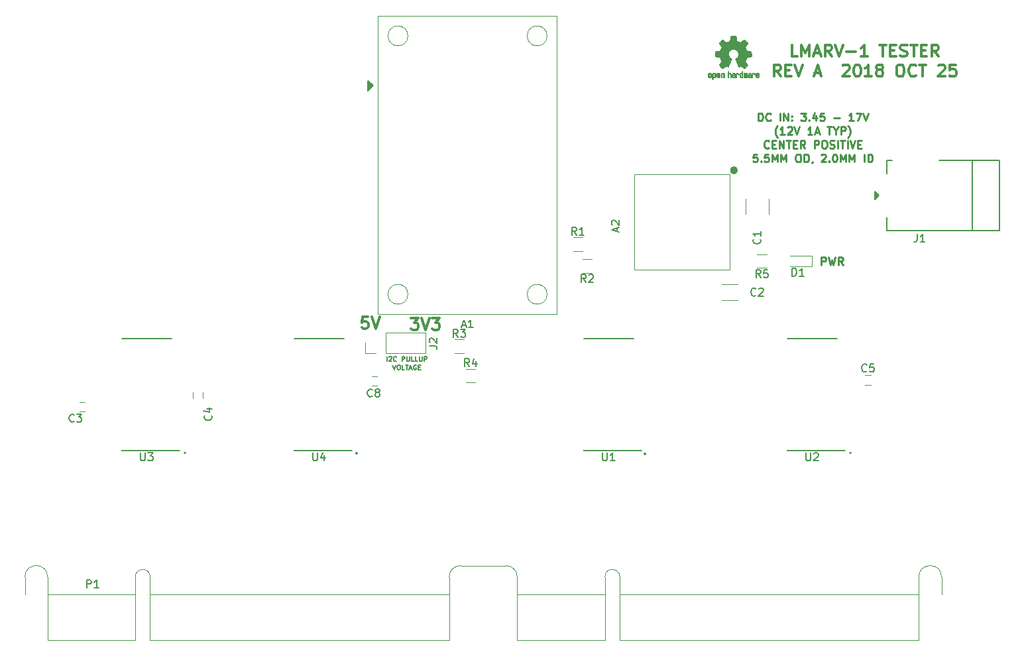
<source format=gbr>
G04 #@! TF.GenerationSoftware,KiCad,Pcbnew,(5.0.0)*
G04 #@! TF.CreationDate,2018-10-29T19:26:44-07:00*
G04 #@! TF.ProjectId,tester_v2,7465737465725F76322E6B696361645F,rev?*
G04 #@! TF.SameCoordinates,Original*
G04 #@! TF.FileFunction,Legend,Top*
G04 #@! TF.FilePolarity,Positive*
%FSLAX46Y46*%
G04 Gerber Fmt 4.6, Leading zero omitted, Abs format (unit mm)*
G04 Created by KiCad (PCBNEW (5.0.0)) date 10/29/18 19:26:44*
%MOMM*%
%LPD*%
G01*
G04 APERTURE LIST*
%ADD10C,0.250000*%
%ADD11C,0.200000*%
%ADD12C,0.150000*%
%ADD13C,0.300000*%
%ADD14C,0.120000*%
%ADD15C,0.508000*%
%ADD16C,0.010000*%
G04 APERTURE END LIST*
D10*
X180216666Y-91502380D02*
X180216666Y-90502380D01*
X180597619Y-90502380D01*
X180692857Y-90550000D01*
X180740476Y-90597619D01*
X180788095Y-90692857D01*
X180788095Y-90835714D01*
X180740476Y-90930952D01*
X180692857Y-90978571D01*
X180597619Y-91026190D01*
X180216666Y-91026190D01*
X181121428Y-90502380D02*
X181359523Y-91502380D01*
X181550000Y-90788095D01*
X181740476Y-91502380D01*
X181978571Y-90502380D01*
X182930952Y-91502380D02*
X182597619Y-91026190D01*
X182359523Y-91502380D02*
X182359523Y-90502380D01*
X182740476Y-90502380D01*
X182835714Y-90550000D01*
X182883333Y-90597619D01*
X182930952Y-90692857D01*
X182930952Y-90835714D01*
X182883333Y-90930952D01*
X182835714Y-90978571D01*
X182740476Y-91026190D01*
X182359523Y-91026190D01*
X172147619Y-73077380D02*
X172147619Y-72077380D01*
X172385714Y-72077380D01*
X172528571Y-72125000D01*
X172623809Y-72220238D01*
X172671428Y-72315476D01*
X172719047Y-72505952D01*
X172719047Y-72648809D01*
X172671428Y-72839285D01*
X172623809Y-72934523D01*
X172528571Y-73029761D01*
X172385714Y-73077380D01*
X172147619Y-73077380D01*
X173719047Y-72982142D02*
X173671428Y-73029761D01*
X173528571Y-73077380D01*
X173433333Y-73077380D01*
X173290476Y-73029761D01*
X173195238Y-72934523D01*
X173147619Y-72839285D01*
X173100000Y-72648809D01*
X173100000Y-72505952D01*
X173147619Y-72315476D01*
X173195238Y-72220238D01*
X173290476Y-72125000D01*
X173433333Y-72077380D01*
X173528571Y-72077380D01*
X173671428Y-72125000D01*
X173719047Y-72172619D01*
X174909523Y-73077380D02*
X174909523Y-72077380D01*
X175385714Y-73077380D02*
X175385714Y-72077380D01*
X175957142Y-73077380D01*
X175957142Y-72077380D01*
X176433333Y-72982142D02*
X176480952Y-73029761D01*
X176433333Y-73077380D01*
X176385714Y-73029761D01*
X176433333Y-72982142D01*
X176433333Y-73077380D01*
X176433333Y-72458333D02*
X176480952Y-72505952D01*
X176433333Y-72553571D01*
X176385714Y-72505952D01*
X176433333Y-72458333D01*
X176433333Y-72553571D01*
X177576190Y-72077380D02*
X178195238Y-72077380D01*
X177861904Y-72458333D01*
X178004761Y-72458333D01*
X178100000Y-72505952D01*
X178147619Y-72553571D01*
X178195238Y-72648809D01*
X178195238Y-72886904D01*
X178147619Y-72982142D01*
X178100000Y-73029761D01*
X178004761Y-73077380D01*
X177719047Y-73077380D01*
X177623809Y-73029761D01*
X177576190Y-72982142D01*
X178623809Y-72982142D02*
X178671428Y-73029761D01*
X178623809Y-73077380D01*
X178576190Y-73029761D01*
X178623809Y-72982142D01*
X178623809Y-73077380D01*
X179528571Y-72410714D02*
X179528571Y-73077380D01*
X179290476Y-72029761D02*
X179052380Y-72744047D01*
X179671428Y-72744047D01*
X180528571Y-72077380D02*
X180052380Y-72077380D01*
X180004761Y-72553571D01*
X180052380Y-72505952D01*
X180147619Y-72458333D01*
X180385714Y-72458333D01*
X180480952Y-72505952D01*
X180528571Y-72553571D01*
X180576190Y-72648809D01*
X180576190Y-72886904D01*
X180528571Y-72982142D01*
X180480952Y-73029761D01*
X180385714Y-73077380D01*
X180147619Y-73077380D01*
X180052380Y-73029761D01*
X180004761Y-72982142D01*
X181766666Y-72696428D02*
X182528571Y-72696428D01*
X184290476Y-73077380D02*
X183719047Y-73077380D01*
X184004761Y-73077380D02*
X184004761Y-72077380D01*
X183909523Y-72220238D01*
X183814285Y-72315476D01*
X183719047Y-72363095D01*
X184623809Y-72077380D02*
X185290476Y-72077380D01*
X184861904Y-73077380D01*
X185528571Y-72077380D02*
X185861904Y-73077380D01*
X186195238Y-72077380D01*
X174600000Y-75208333D02*
X174552380Y-75160714D01*
X174457142Y-75017857D01*
X174409523Y-74922619D01*
X174361904Y-74779761D01*
X174314285Y-74541666D01*
X174314285Y-74351190D01*
X174361904Y-74113095D01*
X174409523Y-73970238D01*
X174457142Y-73875000D01*
X174552380Y-73732142D01*
X174600000Y-73684523D01*
X175504761Y-74827380D02*
X174933333Y-74827380D01*
X175219047Y-74827380D02*
X175219047Y-73827380D01*
X175123809Y-73970238D01*
X175028571Y-74065476D01*
X174933333Y-74113095D01*
X175885714Y-73922619D02*
X175933333Y-73875000D01*
X176028571Y-73827380D01*
X176266666Y-73827380D01*
X176361904Y-73875000D01*
X176409523Y-73922619D01*
X176457142Y-74017857D01*
X176457142Y-74113095D01*
X176409523Y-74255952D01*
X175838095Y-74827380D01*
X176457142Y-74827380D01*
X176742857Y-73827380D02*
X177076190Y-74827380D01*
X177409523Y-73827380D01*
X179028571Y-74827380D02*
X178457142Y-74827380D01*
X178742857Y-74827380D02*
X178742857Y-73827380D01*
X178647619Y-73970238D01*
X178552380Y-74065476D01*
X178457142Y-74113095D01*
X179409523Y-74541666D02*
X179885714Y-74541666D01*
X179314285Y-74827380D02*
X179647619Y-73827380D01*
X179980952Y-74827380D01*
X180933333Y-73827380D02*
X181504761Y-73827380D01*
X181219047Y-74827380D02*
X181219047Y-73827380D01*
X182028571Y-74351190D02*
X182028571Y-74827380D01*
X181695238Y-73827380D02*
X182028571Y-74351190D01*
X182361904Y-73827380D01*
X182695238Y-74827380D02*
X182695238Y-73827380D01*
X183076190Y-73827380D01*
X183171428Y-73875000D01*
X183219047Y-73922619D01*
X183266666Y-74017857D01*
X183266666Y-74160714D01*
X183219047Y-74255952D01*
X183171428Y-74303571D01*
X183076190Y-74351190D01*
X182695238Y-74351190D01*
X183600000Y-75208333D02*
X183647619Y-75160714D01*
X183742857Y-75017857D01*
X183790476Y-74922619D01*
X183838095Y-74779761D01*
X183885714Y-74541666D01*
X183885714Y-74351190D01*
X183838095Y-74113095D01*
X183790476Y-73970238D01*
X183742857Y-73875000D01*
X183647619Y-73732142D01*
X183600000Y-73684523D01*
X173480952Y-76482142D02*
X173433333Y-76529761D01*
X173290476Y-76577380D01*
X173195238Y-76577380D01*
X173052380Y-76529761D01*
X172957142Y-76434523D01*
X172909523Y-76339285D01*
X172861904Y-76148809D01*
X172861904Y-76005952D01*
X172909523Y-75815476D01*
X172957142Y-75720238D01*
X173052380Y-75625000D01*
X173195238Y-75577380D01*
X173290476Y-75577380D01*
X173433333Y-75625000D01*
X173480952Y-75672619D01*
X173909523Y-76053571D02*
X174242857Y-76053571D01*
X174385714Y-76577380D02*
X173909523Y-76577380D01*
X173909523Y-75577380D01*
X174385714Y-75577380D01*
X174814285Y-76577380D02*
X174814285Y-75577380D01*
X175385714Y-76577380D01*
X175385714Y-75577380D01*
X175719047Y-75577380D02*
X176290476Y-75577380D01*
X176004761Y-76577380D02*
X176004761Y-75577380D01*
X176623809Y-76053571D02*
X176957142Y-76053571D01*
X177100000Y-76577380D02*
X176623809Y-76577380D01*
X176623809Y-75577380D01*
X177100000Y-75577380D01*
X178100000Y-76577380D02*
X177766666Y-76101190D01*
X177528571Y-76577380D02*
X177528571Y-75577380D01*
X177909523Y-75577380D01*
X178004761Y-75625000D01*
X178052380Y-75672619D01*
X178100000Y-75767857D01*
X178100000Y-75910714D01*
X178052380Y-76005952D01*
X178004761Y-76053571D01*
X177909523Y-76101190D01*
X177528571Y-76101190D01*
X179290476Y-76577380D02*
X179290476Y-75577380D01*
X179671428Y-75577380D01*
X179766666Y-75625000D01*
X179814285Y-75672619D01*
X179861904Y-75767857D01*
X179861904Y-75910714D01*
X179814285Y-76005952D01*
X179766666Y-76053571D01*
X179671428Y-76101190D01*
X179290476Y-76101190D01*
X180480952Y-75577380D02*
X180671428Y-75577380D01*
X180766666Y-75625000D01*
X180861904Y-75720238D01*
X180909523Y-75910714D01*
X180909523Y-76244047D01*
X180861904Y-76434523D01*
X180766666Y-76529761D01*
X180671428Y-76577380D01*
X180480952Y-76577380D01*
X180385714Y-76529761D01*
X180290476Y-76434523D01*
X180242857Y-76244047D01*
X180242857Y-75910714D01*
X180290476Y-75720238D01*
X180385714Y-75625000D01*
X180480952Y-75577380D01*
X181290476Y-76529761D02*
X181433333Y-76577380D01*
X181671428Y-76577380D01*
X181766666Y-76529761D01*
X181814285Y-76482142D01*
X181861904Y-76386904D01*
X181861904Y-76291666D01*
X181814285Y-76196428D01*
X181766666Y-76148809D01*
X181671428Y-76101190D01*
X181480952Y-76053571D01*
X181385714Y-76005952D01*
X181338095Y-75958333D01*
X181290476Y-75863095D01*
X181290476Y-75767857D01*
X181338095Y-75672619D01*
X181385714Y-75625000D01*
X181480952Y-75577380D01*
X181719047Y-75577380D01*
X181861904Y-75625000D01*
X182290476Y-76577380D02*
X182290476Y-75577380D01*
X182623809Y-75577380D02*
X183195238Y-75577380D01*
X182909523Y-76577380D02*
X182909523Y-75577380D01*
X183528571Y-76577380D02*
X183528571Y-75577380D01*
X183861904Y-75577380D02*
X184195238Y-76577380D01*
X184528571Y-75577380D01*
X184861904Y-76053571D02*
X185195238Y-76053571D01*
X185338095Y-76577380D02*
X184861904Y-76577380D01*
X184861904Y-75577380D01*
X185338095Y-75577380D01*
X172004761Y-77327380D02*
X171528571Y-77327380D01*
X171480952Y-77803571D01*
X171528571Y-77755952D01*
X171623809Y-77708333D01*
X171861904Y-77708333D01*
X171957142Y-77755952D01*
X172004761Y-77803571D01*
X172052380Y-77898809D01*
X172052380Y-78136904D01*
X172004761Y-78232142D01*
X171957142Y-78279761D01*
X171861904Y-78327380D01*
X171623809Y-78327380D01*
X171528571Y-78279761D01*
X171480952Y-78232142D01*
X172480952Y-78232142D02*
X172528571Y-78279761D01*
X172480952Y-78327380D01*
X172433333Y-78279761D01*
X172480952Y-78232142D01*
X172480952Y-78327380D01*
X173433333Y-77327380D02*
X172957142Y-77327380D01*
X172909523Y-77803571D01*
X172957142Y-77755952D01*
X173052380Y-77708333D01*
X173290476Y-77708333D01*
X173385714Y-77755952D01*
X173433333Y-77803571D01*
X173480952Y-77898809D01*
X173480952Y-78136904D01*
X173433333Y-78232142D01*
X173385714Y-78279761D01*
X173290476Y-78327380D01*
X173052380Y-78327380D01*
X172957142Y-78279761D01*
X172909523Y-78232142D01*
X173909523Y-78327380D02*
X173909523Y-77327380D01*
X174242857Y-78041666D01*
X174576190Y-77327380D01*
X174576190Y-78327380D01*
X175052380Y-78327380D02*
X175052380Y-77327380D01*
X175385714Y-78041666D01*
X175719047Y-77327380D01*
X175719047Y-78327380D01*
X177147619Y-77327380D02*
X177338095Y-77327380D01*
X177433333Y-77375000D01*
X177528571Y-77470238D01*
X177576190Y-77660714D01*
X177576190Y-77994047D01*
X177528571Y-78184523D01*
X177433333Y-78279761D01*
X177338095Y-78327380D01*
X177147619Y-78327380D01*
X177052380Y-78279761D01*
X176957142Y-78184523D01*
X176909523Y-77994047D01*
X176909523Y-77660714D01*
X176957142Y-77470238D01*
X177052380Y-77375000D01*
X177147619Y-77327380D01*
X178004761Y-78327380D02*
X178004761Y-77327380D01*
X178242857Y-77327380D01*
X178385714Y-77375000D01*
X178480952Y-77470238D01*
X178528571Y-77565476D01*
X178576190Y-77755952D01*
X178576190Y-77898809D01*
X178528571Y-78089285D01*
X178480952Y-78184523D01*
X178385714Y-78279761D01*
X178242857Y-78327380D01*
X178004761Y-78327380D01*
X179052380Y-78279761D02*
X179052380Y-78327380D01*
X179004761Y-78422619D01*
X178957142Y-78470238D01*
X180195238Y-77422619D02*
X180242857Y-77375000D01*
X180338095Y-77327380D01*
X180576190Y-77327380D01*
X180671428Y-77375000D01*
X180719047Y-77422619D01*
X180766666Y-77517857D01*
X180766666Y-77613095D01*
X180719047Y-77755952D01*
X180147619Y-78327380D01*
X180766666Y-78327380D01*
X181195238Y-78232142D02*
X181242857Y-78279761D01*
X181195238Y-78327380D01*
X181147619Y-78279761D01*
X181195238Y-78232142D01*
X181195238Y-78327380D01*
X181861904Y-77327380D02*
X181957142Y-77327380D01*
X182052380Y-77375000D01*
X182100000Y-77422619D01*
X182147619Y-77517857D01*
X182195238Y-77708333D01*
X182195238Y-77946428D01*
X182147619Y-78136904D01*
X182100000Y-78232142D01*
X182052380Y-78279761D01*
X181957142Y-78327380D01*
X181861904Y-78327380D01*
X181766666Y-78279761D01*
X181719047Y-78232142D01*
X181671428Y-78136904D01*
X181623809Y-77946428D01*
X181623809Y-77708333D01*
X181671428Y-77517857D01*
X181719047Y-77422619D01*
X181766666Y-77375000D01*
X181861904Y-77327380D01*
X182623809Y-78327380D02*
X182623809Y-77327380D01*
X182957142Y-78041666D01*
X183290476Y-77327380D01*
X183290476Y-78327380D01*
X183766666Y-78327380D02*
X183766666Y-77327380D01*
X184100000Y-78041666D01*
X184433333Y-77327380D01*
X184433333Y-78327380D01*
X185671428Y-78327380D02*
X185671428Y-77327380D01*
X186147619Y-78327380D02*
X186147619Y-77327380D01*
X186385714Y-77327380D01*
X186528571Y-77375000D01*
X186623809Y-77470238D01*
X186671428Y-77565476D01*
X186719047Y-77755952D01*
X186719047Y-77898809D01*
X186671428Y-78089285D01*
X186623809Y-78184523D01*
X186528571Y-78279761D01*
X186385714Y-78327380D01*
X186147619Y-78327380D01*
D11*
X99011803Y-115500000D02*
G75*
G03X99011803Y-115500000I-111803J0D01*
G01*
X120961803Y-115550000D02*
G75*
G03X120961803Y-115550000I-111803J0D01*
G01*
X157761803Y-115650000D02*
G75*
G03X157761803Y-115650000I-111803J0D01*
G01*
X184011803Y-115500000D02*
G75*
G03X184011803Y-115500000I-111803J0D01*
G01*
D12*
X124721428Y-103796428D02*
X124721428Y-103196428D01*
X124978571Y-103253571D02*
X125007142Y-103225000D01*
X125064285Y-103196428D01*
X125207142Y-103196428D01*
X125264285Y-103225000D01*
X125292857Y-103253571D01*
X125321428Y-103310714D01*
X125321428Y-103367857D01*
X125292857Y-103453571D01*
X124950000Y-103796428D01*
X125321428Y-103796428D01*
X125921428Y-103739285D02*
X125892857Y-103767857D01*
X125807142Y-103796428D01*
X125750000Y-103796428D01*
X125664285Y-103767857D01*
X125607142Y-103710714D01*
X125578571Y-103653571D01*
X125550000Y-103539285D01*
X125550000Y-103453571D01*
X125578571Y-103339285D01*
X125607142Y-103282142D01*
X125664285Y-103225000D01*
X125750000Y-103196428D01*
X125807142Y-103196428D01*
X125892857Y-103225000D01*
X125921428Y-103253571D01*
X126635714Y-103796428D02*
X126635714Y-103196428D01*
X126864285Y-103196428D01*
X126921428Y-103225000D01*
X126950000Y-103253571D01*
X126978571Y-103310714D01*
X126978571Y-103396428D01*
X126950000Y-103453571D01*
X126921428Y-103482142D01*
X126864285Y-103510714D01*
X126635714Y-103510714D01*
X127235714Y-103196428D02*
X127235714Y-103682142D01*
X127264285Y-103739285D01*
X127292857Y-103767857D01*
X127350000Y-103796428D01*
X127464285Y-103796428D01*
X127521428Y-103767857D01*
X127550000Y-103739285D01*
X127578571Y-103682142D01*
X127578571Y-103196428D01*
X128150000Y-103796428D02*
X127864285Y-103796428D01*
X127864285Y-103196428D01*
X128635714Y-103796428D02*
X128350000Y-103796428D01*
X128350000Y-103196428D01*
X128835714Y-103196428D02*
X128835714Y-103682142D01*
X128864285Y-103739285D01*
X128892857Y-103767857D01*
X128950000Y-103796428D01*
X129064285Y-103796428D01*
X129121428Y-103767857D01*
X129150000Y-103739285D01*
X129178571Y-103682142D01*
X129178571Y-103196428D01*
X129464285Y-103796428D02*
X129464285Y-103196428D01*
X129692857Y-103196428D01*
X129750000Y-103225000D01*
X129778571Y-103253571D01*
X129807142Y-103310714D01*
X129807142Y-103396428D01*
X129778571Y-103453571D01*
X129750000Y-103482142D01*
X129692857Y-103510714D01*
X129464285Y-103510714D01*
X125435714Y-104246428D02*
X125635714Y-104846428D01*
X125835714Y-104246428D01*
X126150000Y-104246428D02*
X126264285Y-104246428D01*
X126321428Y-104275000D01*
X126378571Y-104332142D01*
X126407142Y-104446428D01*
X126407142Y-104646428D01*
X126378571Y-104760714D01*
X126321428Y-104817857D01*
X126264285Y-104846428D01*
X126150000Y-104846428D01*
X126092857Y-104817857D01*
X126035714Y-104760714D01*
X126007142Y-104646428D01*
X126007142Y-104446428D01*
X126035714Y-104332142D01*
X126092857Y-104275000D01*
X126150000Y-104246428D01*
X126950000Y-104846428D02*
X126664285Y-104846428D01*
X126664285Y-104246428D01*
X127064285Y-104246428D02*
X127407142Y-104246428D01*
X127235714Y-104846428D02*
X127235714Y-104246428D01*
X127578571Y-104675000D02*
X127864285Y-104675000D01*
X127521428Y-104846428D02*
X127721428Y-104246428D01*
X127921428Y-104846428D01*
X128435714Y-104275000D02*
X128378571Y-104246428D01*
X128292857Y-104246428D01*
X128207142Y-104275000D01*
X128150000Y-104332142D01*
X128121428Y-104389285D01*
X128092857Y-104503571D01*
X128092857Y-104589285D01*
X128121428Y-104703571D01*
X128150000Y-104760714D01*
X128207142Y-104817857D01*
X128292857Y-104846428D01*
X128350000Y-104846428D01*
X128435714Y-104817857D01*
X128464285Y-104789285D01*
X128464285Y-104589285D01*
X128350000Y-104589285D01*
X128721428Y-104532142D02*
X128921428Y-104532142D01*
X129007142Y-104846428D02*
X128721428Y-104846428D01*
X128721428Y-104246428D01*
X129007142Y-104246428D01*
D13*
X127792857Y-98278571D02*
X128721428Y-98278571D01*
X128221428Y-98850000D01*
X128435714Y-98850000D01*
X128578571Y-98921428D01*
X128650000Y-98992857D01*
X128721428Y-99135714D01*
X128721428Y-99492857D01*
X128650000Y-99635714D01*
X128578571Y-99707142D01*
X128435714Y-99778571D01*
X128007142Y-99778571D01*
X127864285Y-99707142D01*
X127792857Y-99635714D01*
X129150000Y-98278571D02*
X129650000Y-99778571D01*
X130150000Y-98278571D01*
X130507142Y-98278571D02*
X131435714Y-98278571D01*
X130935714Y-98850000D01*
X131150000Y-98850000D01*
X131292857Y-98921428D01*
X131364285Y-98992857D01*
X131435714Y-99135714D01*
X131435714Y-99492857D01*
X131364285Y-99635714D01*
X131292857Y-99707142D01*
X131150000Y-99778571D01*
X130721428Y-99778571D01*
X130578571Y-99707142D01*
X130507142Y-99635714D01*
X122264285Y-98128571D02*
X121550000Y-98128571D01*
X121478571Y-98842857D01*
X121550000Y-98771428D01*
X121692857Y-98700000D01*
X122050000Y-98700000D01*
X122192857Y-98771428D01*
X122264285Y-98842857D01*
X122335714Y-98985714D01*
X122335714Y-99342857D01*
X122264285Y-99485714D01*
X122192857Y-99557142D01*
X122050000Y-99628571D01*
X121692857Y-99628571D01*
X121550000Y-99557142D01*
X121478571Y-99485714D01*
X122764285Y-98128571D02*
X123264285Y-99628571D01*
X123764285Y-98128571D01*
X177142857Y-64853571D02*
X176428571Y-64853571D01*
X176428571Y-63353571D01*
X177642857Y-64853571D02*
X177642857Y-63353571D01*
X178142857Y-64425000D01*
X178642857Y-63353571D01*
X178642857Y-64853571D01*
X179285714Y-64425000D02*
X180000000Y-64425000D01*
X179142857Y-64853571D02*
X179642857Y-63353571D01*
X180142857Y-64853571D01*
X181500000Y-64853571D02*
X181000000Y-64139285D01*
X180642857Y-64853571D02*
X180642857Y-63353571D01*
X181214285Y-63353571D01*
X181357142Y-63425000D01*
X181428571Y-63496428D01*
X181500000Y-63639285D01*
X181500000Y-63853571D01*
X181428571Y-63996428D01*
X181357142Y-64067857D01*
X181214285Y-64139285D01*
X180642857Y-64139285D01*
X181928571Y-63353571D02*
X182428571Y-64853571D01*
X182928571Y-63353571D01*
X183428571Y-64282142D02*
X184571428Y-64282142D01*
X186071428Y-64853571D02*
X185214285Y-64853571D01*
X185642857Y-64853571D02*
X185642857Y-63353571D01*
X185500000Y-63567857D01*
X185357142Y-63710714D01*
X185214285Y-63782142D01*
X187642857Y-63353571D02*
X188500000Y-63353571D01*
X188071428Y-64853571D02*
X188071428Y-63353571D01*
X189000000Y-64067857D02*
X189500000Y-64067857D01*
X189714285Y-64853571D02*
X189000000Y-64853571D01*
X189000000Y-63353571D01*
X189714285Y-63353571D01*
X190285714Y-64782142D02*
X190500000Y-64853571D01*
X190857142Y-64853571D01*
X191000000Y-64782142D01*
X191071428Y-64710714D01*
X191142857Y-64567857D01*
X191142857Y-64425000D01*
X191071428Y-64282142D01*
X191000000Y-64210714D01*
X190857142Y-64139285D01*
X190571428Y-64067857D01*
X190428571Y-63996428D01*
X190357142Y-63925000D01*
X190285714Y-63782142D01*
X190285714Y-63639285D01*
X190357142Y-63496428D01*
X190428571Y-63425000D01*
X190571428Y-63353571D01*
X190928571Y-63353571D01*
X191142857Y-63425000D01*
X191571428Y-63353571D02*
X192428571Y-63353571D01*
X192000000Y-64853571D02*
X192000000Y-63353571D01*
X192928571Y-64067857D02*
X193428571Y-64067857D01*
X193642857Y-64853571D02*
X192928571Y-64853571D01*
X192928571Y-63353571D01*
X193642857Y-63353571D01*
X195142857Y-64853571D02*
X194642857Y-64139285D01*
X194285714Y-64853571D02*
X194285714Y-63353571D01*
X194857142Y-63353571D01*
X195000000Y-63425000D01*
X195071428Y-63496428D01*
X195142857Y-63639285D01*
X195142857Y-63853571D01*
X195071428Y-63996428D01*
X195000000Y-64067857D01*
X194857142Y-64139285D01*
X194285714Y-64139285D01*
X175000000Y-67403571D02*
X174500000Y-66689285D01*
X174142857Y-67403571D02*
X174142857Y-65903571D01*
X174714285Y-65903571D01*
X174857142Y-65975000D01*
X174928571Y-66046428D01*
X175000000Y-66189285D01*
X175000000Y-66403571D01*
X174928571Y-66546428D01*
X174857142Y-66617857D01*
X174714285Y-66689285D01*
X174142857Y-66689285D01*
X175642857Y-66617857D02*
X176142857Y-66617857D01*
X176357142Y-67403571D02*
X175642857Y-67403571D01*
X175642857Y-65903571D01*
X176357142Y-65903571D01*
X176785714Y-65903571D02*
X177285714Y-67403571D01*
X177785714Y-65903571D01*
X179357142Y-66975000D02*
X180071428Y-66975000D01*
X179214285Y-67403571D02*
X179714285Y-65903571D01*
X180214285Y-67403571D01*
X182928571Y-66046428D02*
X183000000Y-65975000D01*
X183142857Y-65903571D01*
X183500000Y-65903571D01*
X183642857Y-65975000D01*
X183714285Y-66046428D01*
X183785714Y-66189285D01*
X183785714Y-66332142D01*
X183714285Y-66546428D01*
X182857142Y-67403571D01*
X183785714Y-67403571D01*
X184714285Y-65903571D02*
X184857142Y-65903571D01*
X185000000Y-65975000D01*
X185071428Y-66046428D01*
X185142857Y-66189285D01*
X185214285Y-66475000D01*
X185214285Y-66832142D01*
X185142857Y-67117857D01*
X185071428Y-67260714D01*
X185000000Y-67332142D01*
X184857142Y-67403571D01*
X184714285Y-67403571D01*
X184571428Y-67332142D01*
X184500000Y-67260714D01*
X184428571Y-67117857D01*
X184357142Y-66832142D01*
X184357142Y-66475000D01*
X184428571Y-66189285D01*
X184500000Y-66046428D01*
X184571428Y-65975000D01*
X184714285Y-65903571D01*
X186642857Y-67403571D02*
X185785714Y-67403571D01*
X186214285Y-67403571D02*
X186214285Y-65903571D01*
X186071428Y-66117857D01*
X185928571Y-66260714D01*
X185785714Y-66332142D01*
X187500000Y-66546428D02*
X187357142Y-66475000D01*
X187285714Y-66403571D01*
X187214285Y-66260714D01*
X187214285Y-66189285D01*
X187285714Y-66046428D01*
X187357142Y-65975000D01*
X187500000Y-65903571D01*
X187785714Y-65903571D01*
X187928571Y-65975000D01*
X188000000Y-66046428D01*
X188071428Y-66189285D01*
X188071428Y-66260714D01*
X188000000Y-66403571D01*
X187928571Y-66475000D01*
X187785714Y-66546428D01*
X187500000Y-66546428D01*
X187357142Y-66617857D01*
X187285714Y-66689285D01*
X187214285Y-66832142D01*
X187214285Y-67117857D01*
X187285714Y-67260714D01*
X187357142Y-67332142D01*
X187500000Y-67403571D01*
X187785714Y-67403571D01*
X187928571Y-67332142D01*
X188000000Y-67260714D01*
X188071428Y-67117857D01*
X188071428Y-66832142D01*
X188000000Y-66689285D01*
X187928571Y-66617857D01*
X187785714Y-66546428D01*
X190142857Y-65903571D02*
X190428571Y-65903571D01*
X190571428Y-65975000D01*
X190714285Y-66117857D01*
X190785714Y-66403571D01*
X190785714Y-66903571D01*
X190714285Y-67189285D01*
X190571428Y-67332142D01*
X190428571Y-67403571D01*
X190142857Y-67403571D01*
X190000000Y-67332142D01*
X189857142Y-67189285D01*
X189785714Y-66903571D01*
X189785714Y-66403571D01*
X189857142Y-66117857D01*
X190000000Y-65975000D01*
X190142857Y-65903571D01*
X192285714Y-67260714D02*
X192214285Y-67332142D01*
X192000000Y-67403571D01*
X191857142Y-67403571D01*
X191642857Y-67332142D01*
X191500000Y-67189285D01*
X191428571Y-67046428D01*
X191357142Y-66760714D01*
X191357142Y-66546428D01*
X191428571Y-66260714D01*
X191500000Y-66117857D01*
X191642857Y-65975000D01*
X191857142Y-65903571D01*
X192000000Y-65903571D01*
X192214285Y-65975000D01*
X192285714Y-66046428D01*
X192714285Y-65903571D02*
X193571428Y-65903571D01*
X193142857Y-67403571D02*
X193142857Y-65903571D01*
X195142857Y-66046428D02*
X195214285Y-65975000D01*
X195357142Y-65903571D01*
X195714285Y-65903571D01*
X195857142Y-65975000D01*
X195928571Y-66046428D01*
X196000000Y-66189285D01*
X196000000Y-66332142D01*
X195928571Y-66546428D01*
X195071428Y-67403571D01*
X196000000Y-67403571D01*
X197357142Y-65903571D02*
X196642857Y-65903571D01*
X196571428Y-66617857D01*
X196642857Y-66546428D01*
X196785714Y-66475000D01*
X197142857Y-66475000D01*
X197285714Y-66546428D01*
X197357142Y-66617857D01*
X197428571Y-66760714D01*
X197428571Y-67117857D01*
X197357142Y-67260714D01*
X197285714Y-67332142D01*
X197142857Y-67403571D01*
X196785714Y-67403571D01*
X196642857Y-67332142D01*
X196571428Y-67260714D01*
D14*
G04 #@! TO.C,A1*
X146430000Y-59680000D02*
X123570000Y-59680000D01*
X146430000Y-59680000D02*
X146430000Y-97780000D01*
X146430000Y-97780000D02*
X123570000Y-97780000D01*
X123570000Y-97780000D02*
X123570000Y-59680000D01*
D12*
G36*
X122935000Y-68570000D02*
X122300000Y-67935000D01*
X122300000Y-69205000D01*
X122935000Y-68570000D01*
G37*
X122935000Y-68570000D02*
X122300000Y-67935000D01*
X122300000Y-69205000D01*
X122935000Y-68570000D01*
D14*
X127380000Y-62220000D02*
G75*
G03X127380000Y-62220000I-1270000J0D01*
G01*
X127380000Y-95240000D02*
G75*
G03X127380000Y-95240000I-1270000J0D01*
G01*
X145160000Y-95240000D02*
G75*
G03X145160000Y-95240000I-1270000J0D01*
G01*
X145160000Y-62220000D02*
G75*
G03X145160000Y-62220000I-1270000J0D01*
G01*
G04 #@! TO.C,A2*
X168524000Y-79904000D02*
X168524000Y-92096000D01*
X168524000Y-92096000D02*
X156332000Y-92096000D01*
X156332000Y-92096000D02*
X156332000Y-79904000D01*
X156332000Y-79904000D02*
X168524000Y-79904000D01*
D15*
X169286000Y-79396000D02*
G75*
G03X169286000Y-79396000I-254000J0D01*
G01*
D14*
G04 #@! TO.C,C1*
X170520000Y-83000000D02*
X170520000Y-85000000D01*
X173480000Y-85000000D02*
X173480000Y-83000000D01*
G04 #@! TO.C,C2*
X167500000Y-96020000D02*
X169500000Y-96020000D01*
X169500000Y-93980000D02*
X167500000Y-93980000D01*
G04 #@! TO.C,C4*
X101150000Y-107800000D02*
X101150000Y-108500000D01*
X99950000Y-108500000D02*
X99950000Y-107800000D01*
G04 #@! TO.C,C5*
X185800000Y-105600000D02*
X186500000Y-105600000D01*
X186500000Y-106800000D02*
X185800000Y-106800000D01*
G04 #@! TO.C,D1*
X179000000Y-91700000D02*
X176200000Y-91700000D01*
X179000000Y-90300000D02*
X176200000Y-90300000D01*
X179000000Y-91700000D02*
X179000000Y-90300000D01*
D12*
G04 #@! TO.C,J1*
X202950000Y-78100000D02*
X202950000Y-87100000D01*
X188550000Y-85400000D02*
X188550000Y-87100000D01*
X188550000Y-78100000D02*
X189250000Y-78100000D01*
X202950000Y-87100000D02*
X188550000Y-87100000D01*
X199450000Y-78100000D02*
X199450000Y-87100000D01*
G36*
X187500000Y-82600000D02*
X187000000Y-82100000D01*
X187000000Y-83100000D01*
X187500000Y-82600000D01*
G37*
X187500000Y-82600000D02*
X187000000Y-82100000D01*
X187000000Y-83100000D01*
X187500000Y-82600000D01*
X188550000Y-78100000D02*
X188550000Y-79800000D01*
X195250000Y-78100000D02*
X202950000Y-78100000D01*
D14*
G04 #@! TO.C,J2*
X121920000Y-102780000D02*
X121920000Y-101450000D01*
X123250000Y-102780000D02*
X121920000Y-102780000D01*
X124520000Y-102780000D02*
X124520000Y-100120000D01*
X124520000Y-100120000D02*
X129660000Y-100120000D01*
X124520000Y-102780000D02*
X129660000Y-102780000D01*
X129660000Y-102780000D02*
X129660000Y-100120000D01*
G04 #@! TO.C,P1*
X134100000Y-129900000D02*
X139900000Y-129900000D01*
X78450000Y-131350000D02*
X78450000Y-133600000D01*
X81350000Y-131350000D02*
G75*
G03X78450000Y-131350000I-1450000J0D01*
G01*
X94450000Y-131350000D02*
G75*
G03X92550000Y-131350000I-950000J0D01*
G01*
X92550000Y-133600000D02*
X92550000Y-131350000D01*
X94450000Y-131350000D02*
X94450000Y-133600000D01*
X81350000Y-133600000D02*
X92550000Y-133600000D01*
X92550000Y-133600000D02*
X92550000Y-139400000D01*
X92550000Y-139400000D02*
X81350000Y-139400000D01*
X81350000Y-139400000D02*
X81350000Y-131350000D01*
X132650000Y-133600000D02*
X94450000Y-133600000D01*
X94450000Y-139400000D02*
X132650000Y-139400000D01*
X94450000Y-133600000D02*
X94450000Y-139400000D01*
X132650000Y-131350000D02*
X132650000Y-139400000D01*
X134100000Y-129900000D02*
G75*
G03X132650000Y-131350000I0J-1450000D01*
G01*
X154450000Y-131350000D02*
X154450000Y-133600000D01*
X154450000Y-133600000D02*
X154450000Y-139400000D01*
X192650000Y-133600000D02*
X154450000Y-133600000D01*
X154450000Y-139400000D02*
X192650000Y-139400000D01*
X192650000Y-131350000D02*
X192650000Y-139400000D01*
X195550000Y-131350000D02*
G75*
G03X192650000Y-131350000I-1450000J0D01*
G01*
X195550000Y-131350000D02*
X195550000Y-133600000D01*
X152550000Y-133600000D02*
X152550000Y-139400000D01*
X154450000Y-131350000D02*
G75*
G03X152550000Y-131350000I-950000J0D01*
G01*
X152550000Y-133600000D02*
X152550000Y-131350000D01*
X152550000Y-139400000D02*
X141350000Y-139400000D01*
X141350000Y-133600000D02*
X152550000Y-133600000D01*
X141350000Y-131350000D02*
G75*
G03X139900000Y-129900000I-1450000J0D01*
G01*
X141350000Y-139400000D02*
X141350000Y-131350000D01*
G04 #@! TO.C,R1*
X149700000Y-89730000D02*
X148500000Y-89730000D01*
X148500000Y-87970000D02*
X149700000Y-87970000D01*
G04 #@! TO.C,R2*
X150900000Y-92480000D02*
X149700000Y-92480000D01*
X149700000Y-90720000D02*
X150900000Y-90720000D01*
G04 #@! TO.C,R3*
X134550000Y-102780000D02*
X133350000Y-102780000D01*
X133350000Y-101020000D02*
X134550000Y-101020000D01*
G04 #@! TO.C,R4*
X134800000Y-104770000D02*
X136000000Y-104770000D01*
X136000000Y-106530000D02*
X134800000Y-106530000D01*
G04 #@! TO.C,R5*
X173200000Y-91880000D02*
X172000000Y-91880000D01*
X172000000Y-90120000D02*
X173200000Y-90120000D01*
D12*
G04 #@! TO.C,U1*
X149825000Y-115125000D02*
X149825000Y-115117500D01*
X149825000Y-100875000D02*
X149825000Y-100882500D01*
X156175000Y-100875000D02*
X156175000Y-100882500D01*
X157250000Y-115200000D02*
X149825000Y-115200000D01*
X156175000Y-100875000D02*
X149825000Y-100875000D01*
G04 #@! TO.C,U2*
X182175000Y-100875000D02*
X175825000Y-100875000D01*
X183250000Y-115200000D02*
X175825000Y-115200000D01*
X182175000Y-100875000D02*
X182175000Y-100882500D01*
X175825000Y-100875000D02*
X175825000Y-100882500D01*
X175825000Y-115125000D02*
X175825000Y-115117500D01*
G04 #@! TO.C,U3*
X90825000Y-115125000D02*
X90825000Y-115117500D01*
X90825000Y-100875000D02*
X90825000Y-100882500D01*
X97175000Y-100875000D02*
X97175000Y-100882500D01*
X98250000Y-115200000D02*
X90825000Y-115200000D01*
X97175000Y-100875000D02*
X90825000Y-100875000D01*
G04 #@! TO.C,U4*
X119175000Y-100875000D02*
X112825000Y-100875000D01*
X120250000Y-115200000D02*
X112825000Y-115200000D01*
X119175000Y-100875000D02*
X119175000Y-100882500D01*
X112825000Y-100875000D02*
X112825000Y-100882500D01*
X112825000Y-115125000D02*
X112825000Y-115117500D01*
D14*
G04 #@! TO.C,C3*
X86150000Y-110250000D02*
X85450000Y-110250000D01*
X85450000Y-109050000D02*
X86150000Y-109050000D01*
G04 #@! TO.C,C8*
X122750000Y-105700000D02*
X123450000Y-105700000D01*
X123450000Y-106900000D02*
X122750000Y-106900000D01*
D16*
G04 #@! TO.C,REF\002A\002A\002A*
G36*
X166549744Y-66919918D02*
X166605201Y-66947568D01*
X166654148Y-66998480D01*
X166667629Y-67017338D01*
X166682314Y-67042015D01*
X166691842Y-67068816D01*
X166697293Y-67104587D01*
X166699747Y-67156169D01*
X166700286Y-67224267D01*
X166697852Y-67317588D01*
X166689394Y-67387657D01*
X166673174Y-67439931D01*
X166647454Y-67479869D01*
X166610497Y-67512929D01*
X166607782Y-67514886D01*
X166571360Y-67534908D01*
X166527502Y-67544815D01*
X166471724Y-67547257D01*
X166381048Y-67547257D01*
X166381010Y-67635283D01*
X166380166Y-67684308D01*
X166375024Y-67713065D01*
X166361587Y-67730311D01*
X166335858Y-67744808D01*
X166329679Y-67747769D01*
X166300764Y-67761648D01*
X166278376Y-67770414D01*
X166261729Y-67771171D01*
X166250036Y-67761023D01*
X166242510Y-67737073D01*
X166238366Y-67696426D01*
X166236815Y-67636186D01*
X166237071Y-67553455D01*
X166238349Y-67445339D01*
X166238748Y-67413000D01*
X166240185Y-67301524D01*
X166241472Y-67228603D01*
X166380971Y-67228603D01*
X166381755Y-67290499D01*
X166385240Y-67330997D01*
X166393124Y-67357708D01*
X166407105Y-67378244D01*
X166416597Y-67388260D01*
X166455404Y-67417567D01*
X166489763Y-67419952D01*
X166525216Y-67395750D01*
X166526114Y-67394857D01*
X166540539Y-67376153D01*
X166549313Y-67350732D01*
X166553739Y-67311584D01*
X166555118Y-67251697D01*
X166555143Y-67238430D01*
X166551812Y-67155901D01*
X166540969Y-67098691D01*
X166521340Y-67063766D01*
X166491650Y-67048094D01*
X166474491Y-67046514D01*
X166433766Y-67053926D01*
X166405832Y-67078330D01*
X166389017Y-67122980D01*
X166381650Y-67191130D01*
X166380971Y-67228603D01*
X166241472Y-67228603D01*
X166241708Y-67215245D01*
X166243677Y-67150333D01*
X166246450Y-67102958D01*
X166250388Y-67069290D01*
X166255849Y-67045498D01*
X166263192Y-67027753D01*
X166272777Y-67012224D01*
X166276887Y-67006381D01*
X166331405Y-66951185D01*
X166400336Y-66919890D01*
X166480072Y-66911165D01*
X166549744Y-66919918D01*
X166549744Y-66919918D01*
G37*
X166549744Y-66919918D02*
X166605201Y-66947568D01*
X166654148Y-66998480D01*
X166667629Y-67017338D01*
X166682314Y-67042015D01*
X166691842Y-67068816D01*
X166697293Y-67104587D01*
X166699747Y-67156169D01*
X166700286Y-67224267D01*
X166697852Y-67317588D01*
X166689394Y-67387657D01*
X166673174Y-67439931D01*
X166647454Y-67479869D01*
X166610497Y-67512929D01*
X166607782Y-67514886D01*
X166571360Y-67534908D01*
X166527502Y-67544815D01*
X166471724Y-67547257D01*
X166381048Y-67547257D01*
X166381010Y-67635283D01*
X166380166Y-67684308D01*
X166375024Y-67713065D01*
X166361587Y-67730311D01*
X166335858Y-67744808D01*
X166329679Y-67747769D01*
X166300764Y-67761648D01*
X166278376Y-67770414D01*
X166261729Y-67771171D01*
X166250036Y-67761023D01*
X166242510Y-67737073D01*
X166238366Y-67696426D01*
X166236815Y-67636186D01*
X166237071Y-67553455D01*
X166238349Y-67445339D01*
X166238748Y-67413000D01*
X166240185Y-67301524D01*
X166241472Y-67228603D01*
X166380971Y-67228603D01*
X166381755Y-67290499D01*
X166385240Y-67330997D01*
X166393124Y-67357708D01*
X166407105Y-67378244D01*
X166416597Y-67388260D01*
X166455404Y-67417567D01*
X166489763Y-67419952D01*
X166525216Y-67395750D01*
X166526114Y-67394857D01*
X166540539Y-67376153D01*
X166549313Y-67350732D01*
X166553739Y-67311584D01*
X166555118Y-67251697D01*
X166555143Y-67238430D01*
X166551812Y-67155901D01*
X166540969Y-67098691D01*
X166521340Y-67063766D01*
X166491650Y-67048094D01*
X166474491Y-67046514D01*
X166433766Y-67053926D01*
X166405832Y-67078330D01*
X166389017Y-67122980D01*
X166381650Y-67191130D01*
X166380971Y-67228603D01*
X166241472Y-67228603D01*
X166241708Y-67215245D01*
X166243677Y-67150333D01*
X166246450Y-67102958D01*
X166250388Y-67069290D01*
X166255849Y-67045498D01*
X166263192Y-67027753D01*
X166272777Y-67012224D01*
X166276887Y-67006381D01*
X166331405Y-66951185D01*
X166400336Y-66919890D01*
X166480072Y-66911165D01*
X166549744Y-66919918D01*
G36*
X167666093Y-66927780D02*
X167712672Y-66954723D01*
X167745057Y-66981466D01*
X167768742Y-67009484D01*
X167785059Y-67043748D01*
X167795339Y-67089227D01*
X167800914Y-67150892D01*
X167803116Y-67233711D01*
X167803371Y-67293246D01*
X167803371Y-67512391D01*
X167741686Y-67540044D01*
X167680000Y-67567697D01*
X167672743Y-67327670D01*
X167669744Y-67238028D01*
X167666598Y-67172962D01*
X167662701Y-67128026D01*
X167657447Y-67098770D01*
X167650231Y-67080748D01*
X167640450Y-67069511D01*
X167637312Y-67067079D01*
X167589761Y-67048083D01*
X167541697Y-67055600D01*
X167513086Y-67075543D01*
X167501447Y-67089675D01*
X167493391Y-67108220D01*
X167488271Y-67136334D01*
X167485441Y-67179173D01*
X167484256Y-67241895D01*
X167484057Y-67307261D01*
X167484018Y-67389268D01*
X167482614Y-67447316D01*
X167477914Y-67486465D01*
X167467987Y-67511780D01*
X167450903Y-67528323D01*
X167424732Y-67541156D01*
X167389775Y-67554491D01*
X167351596Y-67569007D01*
X167356141Y-67311389D01*
X167357971Y-67218519D01*
X167360112Y-67149889D01*
X167363181Y-67100711D01*
X167367794Y-67066198D01*
X167374568Y-67041562D01*
X167384119Y-67022016D01*
X167395634Y-67004770D01*
X167451190Y-66949680D01*
X167518980Y-66917822D01*
X167592713Y-66910191D01*
X167666093Y-66927780D01*
X167666093Y-66927780D01*
G37*
X167666093Y-66927780D02*
X167712672Y-66954723D01*
X167745057Y-66981466D01*
X167768742Y-67009484D01*
X167785059Y-67043748D01*
X167795339Y-67089227D01*
X167800914Y-67150892D01*
X167803116Y-67233711D01*
X167803371Y-67293246D01*
X167803371Y-67512391D01*
X167741686Y-67540044D01*
X167680000Y-67567697D01*
X167672743Y-67327670D01*
X167669744Y-67238028D01*
X167666598Y-67172962D01*
X167662701Y-67128026D01*
X167657447Y-67098770D01*
X167650231Y-67080748D01*
X167640450Y-67069511D01*
X167637312Y-67067079D01*
X167589761Y-67048083D01*
X167541697Y-67055600D01*
X167513086Y-67075543D01*
X167501447Y-67089675D01*
X167493391Y-67108220D01*
X167488271Y-67136334D01*
X167485441Y-67179173D01*
X167484256Y-67241895D01*
X167484057Y-67307261D01*
X167484018Y-67389268D01*
X167482614Y-67447316D01*
X167477914Y-67486465D01*
X167467987Y-67511780D01*
X167450903Y-67528323D01*
X167424732Y-67541156D01*
X167389775Y-67554491D01*
X167351596Y-67569007D01*
X167356141Y-67311389D01*
X167357971Y-67218519D01*
X167360112Y-67149889D01*
X167363181Y-67100711D01*
X167367794Y-67066198D01*
X167374568Y-67041562D01*
X167384119Y-67022016D01*
X167395634Y-67004770D01*
X167451190Y-66949680D01*
X167518980Y-66917822D01*
X167592713Y-66910191D01*
X167666093Y-66927780D01*
G36*
X165991115Y-66921962D02*
X166059145Y-66957733D01*
X166109351Y-67015301D01*
X166127185Y-67052312D01*
X166141063Y-67107882D01*
X166148167Y-67178096D01*
X166148840Y-67254727D01*
X166143427Y-67329552D01*
X166132270Y-67394342D01*
X166115714Y-67440873D01*
X166110626Y-67448887D01*
X166050355Y-67508707D01*
X165978769Y-67544535D01*
X165901092Y-67555020D01*
X165822548Y-67538810D01*
X165800689Y-67529092D01*
X165758122Y-67499143D01*
X165720763Y-67459433D01*
X165717232Y-67454397D01*
X165702881Y-67430124D01*
X165693394Y-67404178D01*
X165687790Y-67370022D01*
X165685086Y-67321119D01*
X165684299Y-67250935D01*
X165684286Y-67235200D01*
X165684322Y-67230192D01*
X165829429Y-67230192D01*
X165830273Y-67296430D01*
X165833596Y-67340386D01*
X165840583Y-67368779D01*
X165852416Y-67388325D01*
X165858457Y-67394857D01*
X165893186Y-67419680D01*
X165926903Y-67418548D01*
X165960995Y-67397016D01*
X165981329Y-67374029D01*
X165993371Y-67340478D01*
X166000134Y-67287569D01*
X166000598Y-67281399D01*
X166001752Y-67185513D01*
X165989688Y-67114299D01*
X165964570Y-67068194D01*
X165926560Y-67047635D01*
X165912992Y-67046514D01*
X165877364Y-67052152D01*
X165852994Y-67071686D01*
X165838093Y-67109042D01*
X165830875Y-67168150D01*
X165829429Y-67230192D01*
X165684322Y-67230192D01*
X165684826Y-67160413D01*
X165687096Y-67108159D01*
X165692068Y-67071949D01*
X165700713Y-67045299D01*
X165714005Y-67021722D01*
X165716943Y-67017338D01*
X165766313Y-66958249D01*
X165820109Y-66923947D01*
X165885602Y-66910331D01*
X165907842Y-66909665D01*
X165991115Y-66921962D01*
X165991115Y-66921962D01*
G37*
X165991115Y-66921962D02*
X166059145Y-66957733D01*
X166109351Y-67015301D01*
X166127185Y-67052312D01*
X166141063Y-67107882D01*
X166148167Y-67178096D01*
X166148840Y-67254727D01*
X166143427Y-67329552D01*
X166132270Y-67394342D01*
X166115714Y-67440873D01*
X166110626Y-67448887D01*
X166050355Y-67508707D01*
X165978769Y-67544535D01*
X165901092Y-67555020D01*
X165822548Y-67538810D01*
X165800689Y-67529092D01*
X165758122Y-67499143D01*
X165720763Y-67459433D01*
X165717232Y-67454397D01*
X165702881Y-67430124D01*
X165693394Y-67404178D01*
X165687790Y-67370022D01*
X165685086Y-67321119D01*
X165684299Y-67250935D01*
X165684286Y-67235200D01*
X165684322Y-67230192D01*
X165829429Y-67230192D01*
X165830273Y-67296430D01*
X165833596Y-67340386D01*
X165840583Y-67368779D01*
X165852416Y-67388325D01*
X165858457Y-67394857D01*
X165893186Y-67419680D01*
X165926903Y-67418548D01*
X165960995Y-67397016D01*
X165981329Y-67374029D01*
X165993371Y-67340478D01*
X166000134Y-67287569D01*
X166000598Y-67281399D01*
X166001752Y-67185513D01*
X165989688Y-67114299D01*
X165964570Y-67068194D01*
X165926560Y-67047635D01*
X165912992Y-67046514D01*
X165877364Y-67052152D01*
X165852994Y-67071686D01*
X165838093Y-67109042D01*
X165830875Y-67168150D01*
X165829429Y-67230192D01*
X165684322Y-67230192D01*
X165684826Y-67160413D01*
X165687096Y-67108159D01*
X165692068Y-67071949D01*
X165700713Y-67045299D01*
X165714005Y-67021722D01*
X165716943Y-67017338D01*
X165766313Y-66958249D01*
X165820109Y-66923947D01*
X165885602Y-66910331D01*
X165907842Y-66909665D01*
X165991115Y-66921962D01*
G36*
X167118303Y-66931239D02*
X167175527Y-66969735D01*
X167219749Y-67025335D01*
X167246167Y-67096086D01*
X167251510Y-67148162D01*
X167250903Y-67169893D01*
X167245822Y-67186531D01*
X167231855Y-67201437D01*
X167204589Y-67217973D01*
X167159612Y-67239498D01*
X167092511Y-67269374D01*
X167092171Y-67269524D01*
X167030407Y-67297813D01*
X166979759Y-67322933D01*
X166945404Y-67342179D01*
X166932518Y-67352848D01*
X166932514Y-67352934D01*
X166943872Y-67376166D01*
X166970431Y-67401774D01*
X167000923Y-67420221D01*
X167016370Y-67423886D01*
X167058515Y-67411212D01*
X167094808Y-67379471D01*
X167112517Y-67344572D01*
X167129552Y-67318845D01*
X167162922Y-67289546D01*
X167202149Y-67264235D01*
X167236756Y-67250471D01*
X167243993Y-67249714D01*
X167252139Y-67262160D01*
X167252630Y-67293972D01*
X167246643Y-67336866D01*
X167235357Y-67382558D01*
X167219950Y-67422761D01*
X167219171Y-67424322D01*
X167172804Y-67489062D01*
X167112711Y-67533097D01*
X167044465Y-67554711D01*
X166973638Y-67552185D01*
X166905804Y-67523804D01*
X166902788Y-67521808D01*
X166849427Y-67473448D01*
X166814340Y-67410352D01*
X166794922Y-67327387D01*
X166792316Y-67304078D01*
X166787701Y-67194055D01*
X166793233Y-67142748D01*
X166932514Y-67142748D01*
X166934324Y-67174753D01*
X166944222Y-67184093D01*
X166968898Y-67177105D01*
X167007795Y-67160587D01*
X167051275Y-67139881D01*
X167052356Y-67139333D01*
X167089209Y-67119949D01*
X167104000Y-67107013D01*
X167100353Y-67093451D01*
X167084995Y-67075632D01*
X167045923Y-67049845D01*
X167003846Y-67047950D01*
X166966103Y-67066717D01*
X166940034Y-67102915D01*
X166932514Y-67142748D01*
X166793233Y-67142748D01*
X166797194Y-67106027D01*
X166821550Y-67036212D01*
X166855456Y-66987302D01*
X166916653Y-66937878D01*
X166984063Y-66913359D01*
X167052880Y-66911797D01*
X167118303Y-66931239D01*
X167118303Y-66931239D01*
G37*
X167118303Y-66931239D02*
X167175527Y-66969735D01*
X167219749Y-67025335D01*
X167246167Y-67096086D01*
X167251510Y-67148162D01*
X167250903Y-67169893D01*
X167245822Y-67186531D01*
X167231855Y-67201437D01*
X167204589Y-67217973D01*
X167159612Y-67239498D01*
X167092511Y-67269374D01*
X167092171Y-67269524D01*
X167030407Y-67297813D01*
X166979759Y-67322933D01*
X166945404Y-67342179D01*
X166932518Y-67352848D01*
X166932514Y-67352934D01*
X166943872Y-67376166D01*
X166970431Y-67401774D01*
X167000923Y-67420221D01*
X167016370Y-67423886D01*
X167058515Y-67411212D01*
X167094808Y-67379471D01*
X167112517Y-67344572D01*
X167129552Y-67318845D01*
X167162922Y-67289546D01*
X167202149Y-67264235D01*
X167236756Y-67250471D01*
X167243993Y-67249714D01*
X167252139Y-67262160D01*
X167252630Y-67293972D01*
X167246643Y-67336866D01*
X167235357Y-67382558D01*
X167219950Y-67422761D01*
X167219171Y-67424322D01*
X167172804Y-67489062D01*
X167112711Y-67533097D01*
X167044465Y-67554711D01*
X166973638Y-67552185D01*
X166905804Y-67523804D01*
X166902788Y-67521808D01*
X166849427Y-67473448D01*
X166814340Y-67410352D01*
X166794922Y-67327387D01*
X166792316Y-67304078D01*
X166787701Y-67194055D01*
X166793233Y-67142748D01*
X166932514Y-67142748D01*
X166934324Y-67174753D01*
X166944222Y-67184093D01*
X166968898Y-67177105D01*
X167007795Y-67160587D01*
X167051275Y-67139881D01*
X167052356Y-67139333D01*
X167089209Y-67119949D01*
X167104000Y-67107013D01*
X167100353Y-67093451D01*
X167084995Y-67075632D01*
X167045923Y-67049845D01*
X167003846Y-67047950D01*
X166966103Y-67066717D01*
X166940034Y-67102915D01*
X166932514Y-67142748D01*
X166793233Y-67142748D01*
X166797194Y-67106027D01*
X166821550Y-67036212D01*
X166855456Y-66987302D01*
X166916653Y-66937878D01*
X166984063Y-66913359D01*
X167052880Y-66911797D01*
X167118303Y-66931239D01*
G36*
X168325886Y-66851289D02*
X168330139Y-66910613D01*
X168335025Y-66945572D01*
X168341795Y-66960820D01*
X168351702Y-66961015D01*
X168354914Y-66959195D01*
X168397644Y-66946015D01*
X168453227Y-66946785D01*
X168509737Y-66960333D01*
X168545082Y-66977861D01*
X168581321Y-67005861D01*
X168607813Y-67037549D01*
X168625999Y-67077813D01*
X168637322Y-67131543D01*
X168643222Y-67203626D01*
X168645143Y-67298951D01*
X168645177Y-67317237D01*
X168645200Y-67522646D01*
X168599491Y-67538580D01*
X168567027Y-67549420D01*
X168549215Y-67554468D01*
X168548691Y-67554514D01*
X168546937Y-67540828D01*
X168545444Y-67503076D01*
X168544326Y-67446224D01*
X168543697Y-67375234D01*
X168543600Y-67332073D01*
X168543398Y-67246973D01*
X168542358Y-67185981D01*
X168539831Y-67144177D01*
X168535164Y-67116642D01*
X168527707Y-67098456D01*
X168516811Y-67084698D01*
X168510007Y-67078073D01*
X168463272Y-67051375D01*
X168412272Y-67049375D01*
X168366001Y-67071955D01*
X168357444Y-67080107D01*
X168344893Y-67095436D01*
X168336188Y-67113618D01*
X168330631Y-67139909D01*
X168327526Y-67179562D01*
X168326176Y-67237832D01*
X168325886Y-67318173D01*
X168325886Y-67522646D01*
X168280177Y-67538580D01*
X168247713Y-67549420D01*
X168229901Y-67554468D01*
X168229377Y-67554514D01*
X168228037Y-67540623D01*
X168226828Y-67501439D01*
X168225801Y-67440700D01*
X168225002Y-67362141D01*
X168224481Y-67269498D01*
X168224286Y-67166509D01*
X168224286Y-66769342D01*
X168271457Y-66749444D01*
X168318629Y-66729547D01*
X168325886Y-66851289D01*
X168325886Y-66851289D01*
G37*
X168325886Y-66851289D02*
X168330139Y-66910613D01*
X168335025Y-66945572D01*
X168341795Y-66960820D01*
X168351702Y-66961015D01*
X168354914Y-66959195D01*
X168397644Y-66946015D01*
X168453227Y-66946785D01*
X168509737Y-66960333D01*
X168545082Y-66977861D01*
X168581321Y-67005861D01*
X168607813Y-67037549D01*
X168625999Y-67077813D01*
X168637322Y-67131543D01*
X168643222Y-67203626D01*
X168645143Y-67298951D01*
X168645177Y-67317237D01*
X168645200Y-67522646D01*
X168599491Y-67538580D01*
X168567027Y-67549420D01*
X168549215Y-67554468D01*
X168548691Y-67554514D01*
X168546937Y-67540828D01*
X168545444Y-67503076D01*
X168544326Y-67446224D01*
X168543697Y-67375234D01*
X168543600Y-67332073D01*
X168543398Y-67246973D01*
X168542358Y-67185981D01*
X168539831Y-67144177D01*
X168535164Y-67116642D01*
X168527707Y-67098456D01*
X168516811Y-67084698D01*
X168510007Y-67078073D01*
X168463272Y-67051375D01*
X168412272Y-67049375D01*
X168366001Y-67071955D01*
X168357444Y-67080107D01*
X168344893Y-67095436D01*
X168336188Y-67113618D01*
X168330631Y-67139909D01*
X168327526Y-67179562D01*
X168326176Y-67237832D01*
X168325886Y-67318173D01*
X168325886Y-67522646D01*
X168280177Y-67538580D01*
X168247713Y-67549420D01*
X168229901Y-67554468D01*
X168229377Y-67554514D01*
X168228037Y-67540623D01*
X168226828Y-67501439D01*
X168225801Y-67440700D01*
X168225002Y-67362141D01*
X168224481Y-67269498D01*
X168224286Y-67166509D01*
X168224286Y-66769342D01*
X168271457Y-66749444D01*
X168318629Y-66729547D01*
X168325886Y-66851289D01*
G36*
X168989744Y-66950968D02*
X169046616Y-66972087D01*
X169047267Y-66972493D01*
X169082440Y-66998380D01*
X169108407Y-67028633D01*
X169126670Y-67068058D01*
X169138732Y-67121462D01*
X169146096Y-67193651D01*
X169150264Y-67289432D01*
X169150629Y-67303078D01*
X169155876Y-67508842D01*
X169111716Y-67531678D01*
X169079763Y-67547110D01*
X169060470Y-67554423D01*
X169059578Y-67554514D01*
X169056239Y-67541022D01*
X169053587Y-67504626D01*
X169051956Y-67451452D01*
X169051600Y-67408393D01*
X169051592Y-67338641D01*
X169048403Y-67294837D01*
X169037288Y-67273944D01*
X169013501Y-67272925D01*
X168972296Y-67288741D01*
X168910086Y-67317815D01*
X168864341Y-67341963D01*
X168840813Y-67362913D01*
X168833896Y-67385747D01*
X168833886Y-67386877D01*
X168845299Y-67426212D01*
X168879092Y-67447462D01*
X168930809Y-67450539D01*
X168968061Y-67450006D01*
X168987703Y-67460735D01*
X168999952Y-67486505D01*
X169007002Y-67519337D01*
X168996842Y-67537966D01*
X168993017Y-67540632D01*
X168957001Y-67551340D01*
X168906566Y-67552856D01*
X168854626Y-67545759D01*
X168817822Y-67532788D01*
X168766938Y-67489585D01*
X168738014Y-67429446D01*
X168732286Y-67382462D01*
X168736657Y-67340082D01*
X168752475Y-67305488D01*
X168783797Y-67274763D01*
X168834678Y-67243990D01*
X168909176Y-67209252D01*
X168913714Y-67207288D01*
X168980821Y-67176287D01*
X169022232Y-67150862D01*
X169039981Y-67128014D01*
X169036107Y-67104745D01*
X169012643Y-67078056D01*
X169005627Y-67071914D01*
X168958630Y-67048100D01*
X168909933Y-67049103D01*
X168867522Y-67072451D01*
X168839384Y-67115675D01*
X168836769Y-67124160D01*
X168811308Y-67165308D01*
X168779001Y-67185128D01*
X168732286Y-67204770D01*
X168732286Y-67153950D01*
X168746496Y-67080082D01*
X168788675Y-67012327D01*
X168810624Y-66989661D01*
X168860517Y-66960569D01*
X168923967Y-66947400D01*
X168989744Y-66950968D01*
X168989744Y-66950968D01*
G37*
X168989744Y-66950968D02*
X169046616Y-66972087D01*
X169047267Y-66972493D01*
X169082440Y-66998380D01*
X169108407Y-67028633D01*
X169126670Y-67068058D01*
X169138732Y-67121462D01*
X169146096Y-67193651D01*
X169150264Y-67289432D01*
X169150629Y-67303078D01*
X169155876Y-67508842D01*
X169111716Y-67531678D01*
X169079763Y-67547110D01*
X169060470Y-67554423D01*
X169059578Y-67554514D01*
X169056239Y-67541022D01*
X169053587Y-67504626D01*
X169051956Y-67451452D01*
X169051600Y-67408393D01*
X169051592Y-67338641D01*
X169048403Y-67294837D01*
X169037288Y-67273944D01*
X169013501Y-67272925D01*
X168972296Y-67288741D01*
X168910086Y-67317815D01*
X168864341Y-67341963D01*
X168840813Y-67362913D01*
X168833896Y-67385747D01*
X168833886Y-67386877D01*
X168845299Y-67426212D01*
X168879092Y-67447462D01*
X168930809Y-67450539D01*
X168968061Y-67450006D01*
X168987703Y-67460735D01*
X168999952Y-67486505D01*
X169007002Y-67519337D01*
X168996842Y-67537966D01*
X168993017Y-67540632D01*
X168957001Y-67551340D01*
X168906566Y-67552856D01*
X168854626Y-67545759D01*
X168817822Y-67532788D01*
X168766938Y-67489585D01*
X168738014Y-67429446D01*
X168732286Y-67382462D01*
X168736657Y-67340082D01*
X168752475Y-67305488D01*
X168783797Y-67274763D01*
X168834678Y-67243990D01*
X168909176Y-67209252D01*
X168913714Y-67207288D01*
X168980821Y-67176287D01*
X169022232Y-67150862D01*
X169039981Y-67128014D01*
X169036107Y-67104745D01*
X169012643Y-67078056D01*
X169005627Y-67071914D01*
X168958630Y-67048100D01*
X168909933Y-67049103D01*
X168867522Y-67072451D01*
X168839384Y-67115675D01*
X168836769Y-67124160D01*
X168811308Y-67165308D01*
X168779001Y-67185128D01*
X168732286Y-67204770D01*
X168732286Y-67153950D01*
X168746496Y-67080082D01*
X168788675Y-67012327D01*
X168810624Y-66989661D01*
X168860517Y-66960569D01*
X168923967Y-66947400D01*
X168989744Y-66950968D01*
G36*
X169479926Y-66949755D02*
X169545858Y-66974084D01*
X169599273Y-67017117D01*
X169620164Y-67047409D01*
X169642939Y-67102994D01*
X169642466Y-67143186D01*
X169618562Y-67170217D01*
X169609717Y-67174813D01*
X169571530Y-67189144D01*
X169552028Y-67185472D01*
X169545422Y-67161407D01*
X169545086Y-67148114D01*
X169532992Y-67099210D01*
X169501471Y-67064999D01*
X169457659Y-67048476D01*
X169408695Y-67052634D01*
X169368894Y-67074227D01*
X169355450Y-67086544D01*
X169345921Y-67101487D01*
X169339485Y-67124075D01*
X169335317Y-67159328D01*
X169332597Y-67212266D01*
X169330502Y-67287907D01*
X169329960Y-67311857D01*
X169327981Y-67393790D01*
X169325731Y-67451455D01*
X169322357Y-67489608D01*
X169317006Y-67513004D01*
X169308824Y-67526398D01*
X169296959Y-67534545D01*
X169289362Y-67538144D01*
X169257102Y-67550452D01*
X169238111Y-67554514D01*
X169231836Y-67540948D01*
X169228006Y-67499934D01*
X169226600Y-67430999D01*
X169227598Y-67333669D01*
X169227908Y-67318657D01*
X169230101Y-67229859D01*
X169232693Y-67165019D01*
X169236382Y-67119067D01*
X169241864Y-67086935D01*
X169249835Y-67063553D01*
X169260993Y-67043852D01*
X169266830Y-67035410D01*
X169300296Y-66998057D01*
X169337727Y-66969003D01*
X169342309Y-66966467D01*
X169409426Y-66946443D01*
X169479926Y-66949755D01*
X169479926Y-66949755D01*
G37*
X169479926Y-66949755D02*
X169545858Y-66974084D01*
X169599273Y-67017117D01*
X169620164Y-67047409D01*
X169642939Y-67102994D01*
X169642466Y-67143186D01*
X169618562Y-67170217D01*
X169609717Y-67174813D01*
X169571530Y-67189144D01*
X169552028Y-67185472D01*
X169545422Y-67161407D01*
X169545086Y-67148114D01*
X169532992Y-67099210D01*
X169501471Y-67064999D01*
X169457659Y-67048476D01*
X169408695Y-67052634D01*
X169368894Y-67074227D01*
X169355450Y-67086544D01*
X169345921Y-67101487D01*
X169339485Y-67124075D01*
X169335317Y-67159328D01*
X169332597Y-67212266D01*
X169330502Y-67287907D01*
X169329960Y-67311857D01*
X169327981Y-67393790D01*
X169325731Y-67451455D01*
X169322357Y-67489608D01*
X169317006Y-67513004D01*
X169308824Y-67526398D01*
X169296959Y-67534545D01*
X169289362Y-67538144D01*
X169257102Y-67550452D01*
X169238111Y-67554514D01*
X169231836Y-67540948D01*
X169228006Y-67499934D01*
X169226600Y-67430999D01*
X169227598Y-67333669D01*
X169227908Y-67318657D01*
X169230101Y-67229859D01*
X169232693Y-67165019D01*
X169236382Y-67119067D01*
X169241864Y-67086935D01*
X169249835Y-67063553D01*
X169260993Y-67043852D01*
X169266830Y-67035410D01*
X169300296Y-66998057D01*
X169337727Y-66969003D01*
X169342309Y-66966467D01*
X169409426Y-66946443D01*
X169479926Y-66949755D01*
G36*
X170140117Y-67065358D02*
X170139933Y-67173837D01*
X170139219Y-67257287D01*
X170137675Y-67319704D01*
X170135001Y-67365085D01*
X170130894Y-67397429D01*
X170125055Y-67420733D01*
X170117182Y-67438995D01*
X170111221Y-67449418D01*
X170061855Y-67505945D01*
X169999264Y-67541377D01*
X169930013Y-67554090D01*
X169860668Y-67542463D01*
X169819375Y-67521568D01*
X169776025Y-67485422D01*
X169746481Y-67441276D01*
X169728655Y-67383462D01*
X169720463Y-67306313D01*
X169719302Y-67249714D01*
X169719458Y-67245647D01*
X169820857Y-67245647D01*
X169821476Y-67310550D01*
X169824314Y-67353514D01*
X169830840Y-67381622D01*
X169842523Y-67401953D01*
X169856483Y-67417288D01*
X169903365Y-67446890D01*
X169953701Y-67449419D01*
X170001276Y-67424705D01*
X170004979Y-67421356D01*
X170020783Y-67403935D01*
X170030693Y-67383209D01*
X170036058Y-67352362D01*
X170038228Y-67304577D01*
X170038571Y-67251748D01*
X170037827Y-67185381D01*
X170034748Y-67141106D01*
X170028061Y-67112009D01*
X170016496Y-67091173D01*
X170007013Y-67080107D01*
X169962960Y-67052198D01*
X169912224Y-67048843D01*
X169863796Y-67070159D01*
X169854450Y-67078073D01*
X169838540Y-67095647D01*
X169828610Y-67116587D01*
X169823278Y-67147782D01*
X169821163Y-67196122D01*
X169820857Y-67245647D01*
X169719458Y-67245647D01*
X169722810Y-67158568D01*
X169734726Y-67090086D01*
X169757135Y-67038600D01*
X169792124Y-66998443D01*
X169819375Y-66977861D01*
X169868907Y-66955625D01*
X169926316Y-66945304D01*
X169979682Y-66948067D01*
X170009543Y-66959212D01*
X170021261Y-66962383D01*
X170029037Y-66950557D01*
X170034465Y-66918866D01*
X170038571Y-66870593D01*
X170043067Y-66816829D01*
X170049313Y-66784482D01*
X170060676Y-66765985D01*
X170080528Y-66753770D01*
X170093000Y-66748362D01*
X170140171Y-66728601D01*
X170140117Y-67065358D01*
X170140117Y-67065358D01*
G37*
X170140117Y-67065358D02*
X170139933Y-67173837D01*
X170139219Y-67257287D01*
X170137675Y-67319704D01*
X170135001Y-67365085D01*
X170130894Y-67397429D01*
X170125055Y-67420733D01*
X170117182Y-67438995D01*
X170111221Y-67449418D01*
X170061855Y-67505945D01*
X169999264Y-67541377D01*
X169930013Y-67554090D01*
X169860668Y-67542463D01*
X169819375Y-67521568D01*
X169776025Y-67485422D01*
X169746481Y-67441276D01*
X169728655Y-67383462D01*
X169720463Y-67306313D01*
X169719302Y-67249714D01*
X169719458Y-67245647D01*
X169820857Y-67245647D01*
X169821476Y-67310550D01*
X169824314Y-67353514D01*
X169830840Y-67381622D01*
X169842523Y-67401953D01*
X169856483Y-67417288D01*
X169903365Y-67446890D01*
X169953701Y-67449419D01*
X170001276Y-67424705D01*
X170004979Y-67421356D01*
X170020783Y-67403935D01*
X170030693Y-67383209D01*
X170036058Y-67352362D01*
X170038228Y-67304577D01*
X170038571Y-67251748D01*
X170037827Y-67185381D01*
X170034748Y-67141106D01*
X170028061Y-67112009D01*
X170016496Y-67091173D01*
X170007013Y-67080107D01*
X169962960Y-67052198D01*
X169912224Y-67048843D01*
X169863796Y-67070159D01*
X169854450Y-67078073D01*
X169838540Y-67095647D01*
X169828610Y-67116587D01*
X169823278Y-67147782D01*
X169821163Y-67196122D01*
X169820857Y-67245647D01*
X169719458Y-67245647D01*
X169722810Y-67158568D01*
X169734726Y-67090086D01*
X169757135Y-67038600D01*
X169792124Y-66998443D01*
X169819375Y-66977861D01*
X169868907Y-66955625D01*
X169926316Y-66945304D01*
X169979682Y-66948067D01*
X170009543Y-66959212D01*
X170021261Y-66962383D01*
X170029037Y-66950557D01*
X170034465Y-66918866D01*
X170038571Y-66870593D01*
X170043067Y-66816829D01*
X170049313Y-66784482D01*
X170060676Y-66765985D01*
X170080528Y-66753770D01*
X170093000Y-66748362D01*
X170140171Y-66728601D01*
X170140117Y-67065358D01*
G36*
X170729833Y-66958663D02*
X170732048Y-66996850D01*
X170733784Y-67054886D01*
X170734899Y-67128180D01*
X170735257Y-67205055D01*
X170735257Y-67465196D01*
X170689326Y-67511127D01*
X170657675Y-67539429D01*
X170629890Y-67550893D01*
X170591915Y-67550168D01*
X170576840Y-67548321D01*
X170529726Y-67542948D01*
X170490756Y-67539869D01*
X170481257Y-67539585D01*
X170449233Y-67541445D01*
X170403432Y-67546114D01*
X170385674Y-67548321D01*
X170342057Y-67551735D01*
X170312745Y-67544320D01*
X170283680Y-67521427D01*
X170273188Y-67511127D01*
X170227257Y-67465196D01*
X170227257Y-66978602D01*
X170264226Y-66961758D01*
X170296059Y-66949282D01*
X170314683Y-66944914D01*
X170319458Y-66958718D01*
X170323921Y-66997286D01*
X170327775Y-67056356D01*
X170330722Y-67131663D01*
X170332143Y-67195286D01*
X170336114Y-67445657D01*
X170370759Y-67450556D01*
X170402268Y-67447131D01*
X170417708Y-67436041D01*
X170422023Y-67415308D01*
X170425708Y-67371145D01*
X170428469Y-67309146D01*
X170430012Y-67234909D01*
X170430235Y-67196706D01*
X170430457Y-66976783D01*
X170476166Y-66960849D01*
X170508518Y-66950015D01*
X170526115Y-66944962D01*
X170526623Y-66944914D01*
X170528388Y-66958648D01*
X170530329Y-66996730D01*
X170532282Y-67054482D01*
X170534084Y-67127227D01*
X170535343Y-67195286D01*
X170539314Y-67445657D01*
X170626400Y-67445657D01*
X170630396Y-67217240D01*
X170634392Y-66988822D01*
X170676847Y-66966868D01*
X170708192Y-66951793D01*
X170726744Y-66944951D01*
X170727279Y-66944914D01*
X170729833Y-66958663D01*
X170729833Y-66958663D01*
G37*
X170729833Y-66958663D02*
X170732048Y-66996850D01*
X170733784Y-67054886D01*
X170734899Y-67128180D01*
X170735257Y-67205055D01*
X170735257Y-67465196D01*
X170689326Y-67511127D01*
X170657675Y-67539429D01*
X170629890Y-67550893D01*
X170591915Y-67550168D01*
X170576840Y-67548321D01*
X170529726Y-67542948D01*
X170490756Y-67539869D01*
X170481257Y-67539585D01*
X170449233Y-67541445D01*
X170403432Y-67546114D01*
X170385674Y-67548321D01*
X170342057Y-67551735D01*
X170312745Y-67544320D01*
X170283680Y-67521427D01*
X170273188Y-67511127D01*
X170227257Y-67465196D01*
X170227257Y-66978602D01*
X170264226Y-66961758D01*
X170296059Y-66949282D01*
X170314683Y-66944914D01*
X170319458Y-66958718D01*
X170323921Y-66997286D01*
X170327775Y-67056356D01*
X170330722Y-67131663D01*
X170332143Y-67195286D01*
X170336114Y-67445657D01*
X170370759Y-67450556D01*
X170402268Y-67447131D01*
X170417708Y-67436041D01*
X170422023Y-67415308D01*
X170425708Y-67371145D01*
X170428469Y-67309146D01*
X170430012Y-67234909D01*
X170430235Y-67196706D01*
X170430457Y-66976783D01*
X170476166Y-66960849D01*
X170508518Y-66950015D01*
X170526115Y-66944962D01*
X170526623Y-66944914D01*
X170528388Y-66958648D01*
X170530329Y-66996730D01*
X170532282Y-67054482D01*
X170534084Y-67127227D01*
X170535343Y-67195286D01*
X170539314Y-67445657D01*
X170626400Y-67445657D01*
X170630396Y-67217240D01*
X170634392Y-66988822D01*
X170676847Y-66966868D01*
X170708192Y-66951793D01*
X170726744Y-66944951D01*
X170727279Y-66944914D01*
X170729833Y-66958663D01*
G36*
X171094876Y-66956335D02*
X171136667Y-66975344D01*
X171169469Y-66998378D01*
X171193503Y-67024133D01*
X171210097Y-67057358D01*
X171220577Y-67102800D01*
X171226271Y-67165207D01*
X171228507Y-67249327D01*
X171228743Y-67304721D01*
X171228743Y-67520826D01*
X171191774Y-67537670D01*
X171162656Y-67549981D01*
X171148231Y-67554514D01*
X171145472Y-67541025D01*
X171143282Y-67504653D01*
X171141942Y-67451542D01*
X171141657Y-67409372D01*
X171140434Y-67348447D01*
X171137136Y-67300115D01*
X171132321Y-67270518D01*
X171128496Y-67264229D01*
X171102783Y-67270652D01*
X171062418Y-67287125D01*
X171015679Y-67309458D01*
X170970845Y-67333457D01*
X170936193Y-67354930D01*
X170920002Y-67369685D01*
X170919938Y-67369845D01*
X170921330Y-67397152D01*
X170933818Y-67423219D01*
X170955743Y-67444392D01*
X170987743Y-67451474D01*
X171015092Y-67450649D01*
X171053826Y-67450042D01*
X171074158Y-67459116D01*
X171086369Y-67483092D01*
X171087909Y-67487613D01*
X171093203Y-67521806D01*
X171079047Y-67542568D01*
X171042148Y-67552462D01*
X171002289Y-67554292D01*
X170930562Y-67540727D01*
X170893432Y-67521355D01*
X170847576Y-67475845D01*
X170823256Y-67419983D01*
X170821073Y-67360957D01*
X170841629Y-67305953D01*
X170872549Y-67271486D01*
X170903420Y-67252189D01*
X170951942Y-67227759D01*
X171008485Y-67202985D01*
X171017910Y-67199199D01*
X171080019Y-67171791D01*
X171115822Y-67147634D01*
X171127337Y-67123619D01*
X171116580Y-67096635D01*
X171098114Y-67075543D01*
X171054469Y-67049572D01*
X171006446Y-67047624D01*
X170962406Y-67067637D01*
X170930709Y-67107551D01*
X170926549Y-67117848D01*
X170902327Y-67155724D01*
X170866965Y-67183842D01*
X170822343Y-67206917D01*
X170822343Y-67141485D01*
X170824969Y-67101506D01*
X170836230Y-67069997D01*
X170861199Y-67036378D01*
X170885169Y-67010484D01*
X170922441Y-66973817D01*
X170951401Y-66954121D01*
X170982505Y-66946220D01*
X171017713Y-66944914D01*
X171094876Y-66956335D01*
X171094876Y-66956335D01*
G37*
X171094876Y-66956335D02*
X171136667Y-66975344D01*
X171169469Y-66998378D01*
X171193503Y-67024133D01*
X171210097Y-67057358D01*
X171220577Y-67102800D01*
X171226271Y-67165207D01*
X171228507Y-67249327D01*
X171228743Y-67304721D01*
X171228743Y-67520826D01*
X171191774Y-67537670D01*
X171162656Y-67549981D01*
X171148231Y-67554514D01*
X171145472Y-67541025D01*
X171143282Y-67504653D01*
X171141942Y-67451542D01*
X171141657Y-67409372D01*
X171140434Y-67348447D01*
X171137136Y-67300115D01*
X171132321Y-67270518D01*
X171128496Y-67264229D01*
X171102783Y-67270652D01*
X171062418Y-67287125D01*
X171015679Y-67309458D01*
X170970845Y-67333457D01*
X170936193Y-67354930D01*
X170920002Y-67369685D01*
X170919938Y-67369845D01*
X170921330Y-67397152D01*
X170933818Y-67423219D01*
X170955743Y-67444392D01*
X170987743Y-67451474D01*
X171015092Y-67450649D01*
X171053826Y-67450042D01*
X171074158Y-67459116D01*
X171086369Y-67483092D01*
X171087909Y-67487613D01*
X171093203Y-67521806D01*
X171079047Y-67542568D01*
X171042148Y-67552462D01*
X171002289Y-67554292D01*
X170930562Y-67540727D01*
X170893432Y-67521355D01*
X170847576Y-67475845D01*
X170823256Y-67419983D01*
X170821073Y-67360957D01*
X170841629Y-67305953D01*
X170872549Y-67271486D01*
X170903420Y-67252189D01*
X170951942Y-67227759D01*
X171008485Y-67202985D01*
X171017910Y-67199199D01*
X171080019Y-67171791D01*
X171115822Y-67147634D01*
X171127337Y-67123619D01*
X171116580Y-67096635D01*
X171098114Y-67075543D01*
X171054469Y-67049572D01*
X171006446Y-67047624D01*
X170962406Y-67067637D01*
X170930709Y-67107551D01*
X170926549Y-67117848D01*
X170902327Y-67155724D01*
X170866965Y-67183842D01*
X170822343Y-67206917D01*
X170822343Y-67141485D01*
X170824969Y-67101506D01*
X170836230Y-67069997D01*
X170861199Y-67036378D01*
X170885169Y-67010484D01*
X170922441Y-66973817D01*
X170951401Y-66954121D01*
X170982505Y-66946220D01*
X171017713Y-66944914D01*
X171094876Y-66956335D01*
G36*
X171602600Y-66958752D02*
X171619948Y-66966334D01*
X171661356Y-66999128D01*
X171696765Y-67046547D01*
X171718664Y-67097151D01*
X171722229Y-67122098D01*
X171710279Y-67156927D01*
X171684067Y-67175357D01*
X171655964Y-67186516D01*
X171643095Y-67188572D01*
X171636829Y-67173649D01*
X171624456Y-67141175D01*
X171619028Y-67126502D01*
X171588590Y-67075744D01*
X171544520Y-67050427D01*
X171488010Y-67051206D01*
X171483825Y-67052203D01*
X171453655Y-67066507D01*
X171431476Y-67094393D01*
X171416327Y-67139287D01*
X171407250Y-67204615D01*
X171403286Y-67293804D01*
X171402914Y-67341261D01*
X171402730Y-67416071D01*
X171401522Y-67467069D01*
X171398309Y-67499471D01*
X171392109Y-67518495D01*
X171381940Y-67529356D01*
X171366819Y-67537272D01*
X171365946Y-67537670D01*
X171336828Y-67549981D01*
X171322403Y-67554514D01*
X171320186Y-67540809D01*
X171318289Y-67502925D01*
X171316847Y-67445715D01*
X171315998Y-67374027D01*
X171315829Y-67321565D01*
X171316692Y-67220047D01*
X171320070Y-67143032D01*
X171327142Y-67086023D01*
X171339088Y-67044526D01*
X171357090Y-67014043D01*
X171382327Y-66990080D01*
X171407247Y-66973355D01*
X171467171Y-66951097D01*
X171536911Y-66946076D01*
X171602600Y-66958752D01*
X171602600Y-66958752D01*
G37*
X171602600Y-66958752D02*
X171619948Y-66966334D01*
X171661356Y-66999128D01*
X171696765Y-67046547D01*
X171718664Y-67097151D01*
X171722229Y-67122098D01*
X171710279Y-67156927D01*
X171684067Y-67175357D01*
X171655964Y-67186516D01*
X171643095Y-67188572D01*
X171636829Y-67173649D01*
X171624456Y-67141175D01*
X171619028Y-67126502D01*
X171588590Y-67075744D01*
X171544520Y-67050427D01*
X171488010Y-67051206D01*
X171483825Y-67052203D01*
X171453655Y-67066507D01*
X171431476Y-67094393D01*
X171416327Y-67139287D01*
X171407250Y-67204615D01*
X171403286Y-67293804D01*
X171402914Y-67341261D01*
X171402730Y-67416071D01*
X171401522Y-67467069D01*
X171398309Y-67499471D01*
X171392109Y-67518495D01*
X171381940Y-67529356D01*
X171366819Y-67537272D01*
X171365946Y-67537670D01*
X171336828Y-67549981D01*
X171322403Y-67554514D01*
X171320186Y-67540809D01*
X171318289Y-67502925D01*
X171316847Y-67445715D01*
X171315998Y-67374027D01*
X171315829Y-67321565D01*
X171316692Y-67220047D01*
X171320070Y-67143032D01*
X171327142Y-67086023D01*
X171339088Y-67044526D01*
X171357090Y-67014043D01*
X171382327Y-66990080D01*
X171407247Y-66973355D01*
X171467171Y-66951097D01*
X171536911Y-66946076D01*
X171602600Y-66958752D01*
G36*
X172103595Y-66966966D02*
X172161021Y-67004497D01*
X172188719Y-67038096D01*
X172210662Y-67099064D01*
X172212405Y-67147308D01*
X172208457Y-67211816D01*
X172059686Y-67276934D01*
X171987349Y-67310202D01*
X171940084Y-67336964D01*
X171915507Y-67360144D01*
X171911237Y-67382667D01*
X171924889Y-67407455D01*
X171939943Y-67423886D01*
X171983746Y-67450235D01*
X172031389Y-67452081D01*
X172075145Y-67431546D01*
X172107289Y-67390752D01*
X172113038Y-67376347D01*
X172140576Y-67331356D01*
X172172258Y-67312182D01*
X172215714Y-67295779D01*
X172215714Y-67357966D01*
X172211872Y-67400283D01*
X172196823Y-67435969D01*
X172165280Y-67476943D01*
X172160592Y-67482267D01*
X172125506Y-67518720D01*
X172095347Y-67538283D01*
X172057615Y-67547283D01*
X172026335Y-67550230D01*
X171970385Y-67550965D01*
X171930555Y-67541660D01*
X171905708Y-67527846D01*
X171866656Y-67497467D01*
X171839625Y-67464613D01*
X171822517Y-67423294D01*
X171813238Y-67367521D01*
X171809693Y-67291305D01*
X171809410Y-67252622D01*
X171810372Y-67206247D01*
X171898007Y-67206247D01*
X171899023Y-67231126D01*
X171901556Y-67235200D01*
X171918274Y-67229665D01*
X171954249Y-67215017D01*
X172002331Y-67194190D01*
X172012386Y-67189714D01*
X172073152Y-67158814D01*
X172106632Y-67131657D01*
X172113990Y-67106220D01*
X172096391Y-67080481D01*
X172081856Y-67069109D01*
X172029410Y-67046364D01*
X171980322Y-67050122D01*
X171939227Y-67077884D01*
X171910758Y-67127152D01*
X171901631Y-67166257D01*
X171898007Y-67206247D01*
X171810372Y-67206247D01*
X171811285Y-67162249D01*
X171818196Y-67095384D01*
X171831884Y-67046695D01*
X171854096Y-67010849D01*
X171886574Y-66982513D01*
X171900733Y-66973355D01*
X171965053Y-66949507D01*
X172035473Y-66948006D01*
X172103595Y-66966966D01*
X172103595Y-66966966D01*
G37*
X172103595Y-66966966D02*
X172161021Y-67004497D01*
X172188719Y-67038096D01*
X172210662Y-67099064D01*
X172212405Y-67147308D01*
X172208457Y-67211816D01*
X172059686Y-67276934D01*
X171987349Y-67310202D01*
X171940084Y-67336964D01*
X171915507Y-67360144D01*
X171911237Y-67382667D01*
X171924889Y-67407455D01*
X171939943Y-67423886D01*
X171983746Y-67450235D01*
X172031389Y-67452081D01*
X172075145Y-67431546D01*
X172107289Y-67390752D01*
X172113038Y-67376347D01*
X172140576Y-67331356D01*
X172172258Y-67312182D01*
X172215714Y-67295779D01*
X172215714Y-67357966D01*
X172211872Y-67400283D01*
X172196823Y-67435969D01*
X172165280Y-67476943D01*
X172160592Y-67482267D01*
X172125506Y-67518720D01*
X172095347Y-67538283D01*
X172057615Y-67547283D01*
X172026335Y-67550230D01*
X171970385Y-67550965D01*
X171930555Y-67541660D01*
X171905708Y-67527846D01*
X171866656Y-67497467D01*
X171839625Y-67464613D01*
X171822517Y-67423294D01*
X171813238Y-67367521D01*
X171809693Y-67291305D01*
X171809410Y-67252622D01*
X171810372Y-67206247D01*
X171898007Y-67206247D01*
X171899023Y-67231126D01*
X171901556Y-67235200D01*
X171918274Y-67229665D01*
X171954249Y-67215017D01*
X172002331Y-67194190D01*
X172012386Y-67189714D01*
X172073152Y-67158814D01*
X172106632Y-67131657D01*
X172113990Y-67106220D01*
X172096391Y-67080481D01*
X172081856Y-67069109D01*
X172029410Y-67046364D01*
X171980322Y-67050122D01*
X171939227Y-67077884D01*
X171910758Y-67127152D01*
X171901631Y-67166257D01*
X171898007Y-67206247D01*
X171810372Y-67206247D01*
X171811285Y-67162249D01*
X171818196Y-67095384D01*
X171831884Y-67046695D01*
X171854096Y-67010849D01*
X171886574Y-66982513D01*
X171900733Y-66973355D01*
X171965053Y-66949507D01*
X172035473Y-66948006D01*
X172103595Y-66966966D01*
G36*
X169053910Y-62242348D02*
X169132454Y-62242778D01*
X169189298Y-62243942D01*
X169228105Y-62246207D01*
X169252538Y-62249940D01*
X169266262Y-62255506D01*
X169272940Y-62263273D01*
X169276236Y-62273605D01*
X169276556Y-62274943D01*
X169281562Y-62299079D01*
X169290829Y-62346701D01*
X169303392Y-62412741D01*
X169318287Y-62492128D01*
X169334551Y-62579796D01*
X169335119Y-62582875D01*
X169351410Y-62668789D01*
X169366652Y-62744696D01*
X169379861Y-62806045D01*
X169390054Y-62848282D01*
X169396248Y-62866855D01*
X169396543Y-62867184D01*
X169414788Y-62876253D01*
X169452405Y-62891367D01*
X169501271Y-62909262D01*
X169501543Y-62909358D01*
X169563093Y-62932493D01*
X169635657Y-62961965D01*
X169704057Y-62991597D01*
X169707294Y-62993062D01*
X169818702Y-63043626D01*
X170065399Y-62875160D01*
X170141077Y-62823803D01*
X170209631Y-62777889D01*
X170267088Y-62740030D01*
X170309476Y-62712837D01*
X170332825Y-62698921D01*
X170335042Y-62697889D01*
X170352010Y-62702484D01*
X170383701Y-62724655D01*
X170431352Y-62765447D01*
X170496198Y-62825905D01*
X170562397Y-62890227D01*
X170626214Y-62953612D01*
X170683329Y-63011451D01*
X170730305Y-63060175D01*
X170763703Y-63096210D01*
X170780085Y-63115984D01*
X170780694Y-63117002D01*
X170782505Y-63130572D01*
X170775683Y-63152733D01*
X170758540Y-63186478D01*
X170729393Y-63234800D01*
X170686555Y-63300692D01*
X170629448Y-63385517D01*
X170578766Y-63460177D01*
X170533461Y-63527140D01*
X170496150Y-63582516D01*
X170469452Y-63622420D01*
X170455985Y-63642962D01*
X170455137Y-63644356D01*
X170456781Y-63664038D01*
X170469245Y-63702293D01*
X170490048Y-63751889D01*
X170497462Y-63767728D01*
X170529814Y-63838290D01*
X170564328Y-63918353D01*
X170592365Y-63987629D01*
X170612568Y-64039045D01*
X170628615Y-64078119D01*
X170637888Y-64098541D01*
X170639041Y-64100114D01*
X170656096Y-64102721D01*
X170696298Y-64109863D01*
X170754302Y-64120523D01*
X170824763Y-64133685D01*
X170902335Y-64148333D01*
X170981672Y-64163449D01*
X171057431Y-64178018D01*
X171124264Y-64191022D01*
X171176828Y-64201445D01*
X171209776Y-64208270D01*
X171217857Y-64210199D01*
X171226205Y-64214962D01*
X171232506Y-64225718D01*
X171237045Y-64246098D01*
X171240104Y-64279734D01*
X171241967Y-64330255D01*
X171242918Y-64401292D01*
X171243240Y-64496476D01*
X171243257Y-64535492D01*
X171243257Y-64852799D01*
X171167057Y-64867839D01*
X171124663Y-64875995D01*
X171061400Y-64887899D01*
X170984962Y-64902116D01*
X170903043Y-64917210D01*
X170880400Y-64921355D01*
X170804806Y-64936053D01*
X170738953Y-64950505D01*
X170688366Y-64963375D01*
X170658574Y-64973322D01*
X170653612Y-64976287D01*
X170641426Y-64997283D01*
X170623953Y-65037967D01*
X170604577Y-65090322D01*
X170600734Y-65101600D01*
X170575339Y-65171523D01*
X170543817Y-65250418D01*
X170512969Y-65321266D01*
X170512817Y-65321595D01*
X170461447Y-65432733D01*
X170630399Y-65681253D01*
X170799352Y-65929772D01*
X170582429Y-66147058D01*
X170516819Y-66211726D01*
X170456979Y-66268733D01*
X170406267Y-66315033D01*
X170368046Y-66347584D01*
X170345675Y-66363343D01*
X170342466Y-66364343D01*
X170323626Y-66356469D01*
X170285180Y-66334578D01*
X170231330Y-66301267D01*
X170166276Y-66259131D01*
X170095940Y-66211943D01*
X170024555Y-66163810D01*
X169960908Y-66121928D01*
X169909041Y-66088871D01*
X169872995Y-66067218D01*
X169856867Y-66059543D01*
X169837189Y-66066037D01*
X169799875Y-66083150D01*
X169752621Y-66107326D01*
X169747612Y-66110013D01*
X169683977Y-66141927D01*
X169640341Y-66157579D01*
X169613202Y-66157745D01*
X169599057Y-66143204D01*
X169598975Y-66143000D01*
X169591905Y-66125779D01*
X169575042Y-66084899D01*
X169549695Y-66023525D01*
X169517171Y-65944819D01*
X169478778Y-65851947D01*
X169435822Y-65748072D01*
X169394222Y-65647502D01*
X169348504Y-65536516D01*
X169306526Y-65433703D01*
X169269548Y-65342215D01*
X169238827Y-65265201D01*
X169215622Y-65205815D01*
X169201190Y-65167209D01*
X169196743Y-65152800D01*
X169207896Y-65136272D01*
X169237069Y-65109930D01*
X169275971Y-65080887D01*
X169386757Y-64989039D01*
X169473351Y-64883759D01*
X169534716Y-64767266D01*
X169569815Y-64641776D01*
X169577608Y-64509507D01*
X169571943Y-64448457D01*
X169541078Y-64321795D01*
X169487920Y-64209941D01*
X169415767Y-64114001D01*
X169327917Y-64035076D01*
X169227665Y-63974270D01*
X169118310Y-63932687D01*
X169003147Y-63911428D01*
X168885475Y-63911599D01*
X168768590Y-63934301D01*
X168655789Y-63980638D01*
X168550369Y-64051713D01*
X168506368Y-64091911D01*
X168421979Y-64195129D01*
X168363222Y-64307925D01*
X168329704Y-64427010D01*
X168321035Y-64549095D01*
X168336823Y-64670893D01*
X168376678Y-64789116D01*
X168440207Y-64900475D01*
X168527021Y-65001684D01*
X168624029Y-65080887D01*
X168664437Y-65111162D01*
X168692982Y-65137219D01*
X168703257Y-65152825D01*
X168697877Y-65169843D01*
X168682575Y-65210500D01*
X168658612Y-65271642D01*
X168627244Y-65350119D01*
X168589732Y-65442780D01*
X168547333Y-65546472D01*
X168505663Y-65647526D01*
X168459690Y-65758607D01*
X168417107Y-65861541D01*
X168379221Y-65953165D01*
X168347340Y-66030316D01*
X168322771Y-66089831D01*
X168306820Y-66128544D01*
X168300910Y-66143000D01*
X168286948Y-66157685D01*
X168259940Y-66157642D01*
X168216413Y-66142099D01*
X168152890Y-66110284D01*
X168152388Y-66110013D01*
X168104560Y-66085323D01*
X168065897Y-66067338D01*
X168044095Y-66059614D01*
X168043133Y-66059543D01*
X168026721Y-66067378D01*
X167990487Y-66089165D01*
X167938474Y-66122328D01*
X167874725Y-66164291D01*
X167804060Y-66211943D01*
X167732116Y-66260191D01*
X167667274Y-66302151D01*
X167613735Y-66335227D01*
X167575697Y-66356821D01*
X167557533Y-66364343D01*
X167540808Y-66354457D01*
X167507180Y-66326826D01*
X167460010Y-66284495D01*
X167402658Y-66230505D01*
X167338484Y-66167899D01*
X167317497Y-66146983D01*
X167100499Y-65929623D01*
X167265668Y-65687220D01*
X167315864Y-65612781D01*
X167359919Y-65545972D01*
X167395362Y-65490665D01*
X167419719Y-65450729D01*
X167430522Y-65430036D01*
X167430838Y-65428563D01*
X167425143Y-65409058D01*
X167409826Y-65369822D01*
X167387537Y-65317430D01*
X167371893Y-65282355D01*
X167342641Y-65215201D01*
X167315094Y-65147358D01*
X167293737Y-65090034D01*
X167287935Y-65072572D01*
X167271452Y-65025938D01*
X167255340Y-64989905D01*
X167246490Y-64976287D01*
X167226960Y-64967952D01*
X167184334Y-64956137D01*
X167124145Y-64942181D01*
X167051922Y-64927422D01*
X167019600Y-64921355D01*
X166937522Y-64906273D01*
X166858795Y-64891669D01*
X166791109Y-64878980D01*
X166742160Y-64869642D01*
X166732943Y-64867839D01*
X166656743Y-64852799D01*
X166656743Y-64535492D01*
X166656914Y-64431154D01*
X166657616Y-64352213D01*
X166659134Y-64295038D01*
X166661749Y-64255999D01*
X166665746Y-64231465D01*
X166671409Y-64217805D01*
X166679020Y-64211389D01*
X166682143Y-64210199D01*
X166700978Y-64205980D01*
X166742588Y-64197562D01*
X166801630Y-64185961D01*
X166872757Y-64172195D01*
X166950625Y-64157280D01*
X167029887Y-64142232D01*
X167105198Y-64128069D01*
X167171213Y-64115806D01*
X167222587Y-64106461D01*
X167253975Y-64101050D01*
X167260959Y-64100114D01*
X167267285Y-64087596D01*
X167281290Y-64054246D01*
X167300355Y-64006377D01*
X167307634Y-63987629D01*
X167336996Y-63915195D01*
X167371571Y-63835170D01*
X167402537Y-63767728D01*
X167425323Y-63716159D01*
X167440482Y-63673785D01*
X167445542Y-63647834D01*
X167444736Y-63644356D01*
X167434041Y-63627936D01*
X167409620Y-63591417D01*
X167374095Y-63538687D01*
X167330087Y-63473635D01*
X167280217Y-63400151D01*
X167270356Y-63385645D01*
X167212492Y-63299704D01*
X167169956Y-63234261D01*
X167141054Y-63186304D01*
X167124090Y-63152820D01*
X167117367Y-63130795D01*
X167119190Y-63117217D01*
X167119236Y-63117131D01*
X167133586Y-63099297D01*
X167165323Y-63064817D01*
X167211010Y-63017268D01*
X167267204Y-62960222D01*
X167330468Y-62897255D01*
X167337602Y-62890227D01*
X167417330Y-62813020D01*
X167478857Y-62756330D01*
X167523421Y-62719110D01*
X167552257Y-62700315D01*
X167564958Y-62697889D01*
X167583494Y-62708471D01*
X167621961Y-62732916D01*
X167676386Y-62768612D01*
X167742798Y-62812947D01*
X167817225Y-62863311D01*
X167834601Y-62875160D01*
X168081297Y-63043626D01*
X168192706Y-62993062D01*
X168260457Y-62963595D01*
X168333183Y-62933959D01*
X168395703Y-62910330D01*
X168398457Y-62909358D01*
X168447360Y-62891457D01*
X168485057Y-62876320D01*
X168503425Y-62867210D01*
X168503456Y-62867184D01*
X168509285Y-62850717D01*
X168519192Y-62810219D01*
X168532195Y-62750242D01*
X168547309Y-62675340D01*
X168563552Y-62590064D01*
X168564881Y-62582875D01*
X168581175Y-62495014D01*
X168596133Y-62415260D01*
X168608791Y-62348681D01*
X168618186Y-62300347D01*
X168623354Y-62275325D01*
X168623444Y-62274943D01*
X168626589Y-62264299D01*
X168632704Y-62256262D01*
X168645453Y-62250467D01*
X168668500Y-62246547D01*
X168705509Y-62244135D01*
X168760144Y-62242865D01*
X168836067Y-62242371D01*
X168936944Y-62242286D01*
X168950000Y-62242286D01*
X169053910Y-62242348D01*
X169053910Y-62242348D01*
G37*
X169053910Y-62242348D02*
X169132454Y-62242778D01*
X169189298Y-62243942D01*
X169228105Y-62246207D01*
X169252538Y-62249940D01*
X169266262Y-62255506D01*
X169272940Y-62263273D01*
X169276236Y-62273605D01*
X169276556Y-62274943D01*
X169281562Y-62299079D01*
X169290829Y-62346701D01*
X169303392Y-62412741D01*
X169318287Y-62492128D01*
X169334551Y-62579796D01*
X169335119Y-62582875D01*
X169351410Y-62668789D01*
X169366652Y-62744696D01*
X169379861Y-62806045D01*
X169390054Y-62848282D01*
X169396248Y-62866855D01*
X169396543Y-62867184D01*
X169414788Y-62876253D01*
X169452405Y-62891367D01*
X169501271Y-62909262D01*
X169501543Y-62909358D01*
X169563093Y-62932493D01*
X169635657Y-62961965D01*
X169704057Y-62991597D01*
X169707294Y-62993062D01*
X169818702Y-63043626D01*
X170065399Y-62875160D01*
X170141077Y-62823803D01*
X170209631Y-62777889D01*
X170267088Y-62740030D01*
X170309476Y-62712837D01*
X170332825Y-62698921D01*
X170335042Y-62697889D01*
X170352010Y-62702484D01*
X170383701Y-62724655D01*
X170431352Y-62765447D01*
X170496198Y-62825905D01*
X170562397Y-62890227D01*
X170626214Y-62953612D01*
X170683329Y-63011451D01*
X170730305Y-63060175D01*
X170763703Y-63096210D01*
X170780085Y-63115984D01*
X170780694Y-63117002D01*
X170782505Y-63130572D01*
X170775683Y-63152733D01*
X170758540Y-63186478D01*
X170729393Y-63234800D01*
X170686555Y-63300692D01*
X170629448Y-63385517D01*
X170578766Y-63460177D01*
X170533461Y-63527140D01*
X170496150Y-63582516D01*
X170469452Y-63622420D01*
X170455985Y-63642962D01*
X170455137Y-63644356D01*
X170456781Y-63664038D01*
X170469245Y-63702293D01*
X170490048Y-63751889D01*
X170497462Y-63767728D01*
X170529814Y-63838290D01*
X170564328Y-63918353D01*
X170592365Y-63987629D01*
X170612568Y-64039045D01*
X170628615Y-64078119D01*
X170637888Y-64098541D01*
X170639041Y-64100114D01*
X170656096Y-64102721D01*
X170696298Y-64109863D01*
X170754302Y-64120523D01*
X170824763Y-64133685D01*
X170902335Y-64148333D01*
X170981672Y-64163449D01*
X171057431Y-64178018D01*
X171124264Y-64191022D01*
X171176828Y-64201445D01*
X171209776Y-64208270D01*
X171217857Y-64210199D01*
X171226205Y-64214962D01*
X171232506Y-64225718D01*
X171237045Y-64246098D01*
X171240104Y-64279734D01*
X171241967Y-64330255D01*
X171242918Y-64401292D01*
X171243240Y-64496476D01*
X171243257Y-64535492D01*
X171243257Y-64852799D01*
X171167057Y-64867839D01*
X171124663Y-64875995D01*
X171061400Y-64887899D01*
X170984962Y-64902116D01*
X170903043Y-64917210D01*
X170880400Y-64921355D01*
X170804806Y-64936053D01*
X170738953Y-64950505D01*
X170688366Y-64963375D01*
X170658574Y-64973322D01*
X170653612Y-64976287D01*
X170641426Y-64997283D01*
X170623953Y-65037967D01*
X170604577Y-65090322D01*
X170600734Y-65101600D01*
X170575339Y-65171523D01*
X170543817Y-65250418D01*
X170512969Y-65321266D01*
X170512817Y-65321595D01*
X170461447Y-65432733D01*
X170630399Y-65681253D01*
X170799352Y-65929772D01*
X170582429Y-66147058D01*
X170516819Y-66211726D01*
X170456979Y-66268733D01*
X170406267Y-66315033D01*
X170368046Y-66347584D01*
X170345675Y-66363343D01*
X170342466Y-66364343D01*
X170323626Y-66356469D01*
X170285180Y-66334578D01*
X170231330Y-66301267D01*
X170166276Y-66259131D01*
X170095940Y-66211943D01*
X170024555Y-66163810D01*
X169960908Y-66121928D01*
X169909041Y-66088871D01*
X169872995Y-66067218D01*
X169856867Y-66059543D01*
X169837189Y-66066037D01*
X169799875Y-66083150D01*
X169752621Y-66107326D01*
X169747612Y-66110013D01*
X169683977Y-66141927D01*
X169640341Y-66157579D01*
X169613202Y-66157745D01*
X169599057Y-66143204D01*
X169598975Y-66143000D01*
X169591905Y-66125779D01*
X169575042Y-66084899D01*
X169549695Y-66023525D01*
X169517171Y-65944819D01*
X169478778Y-65851947D01*
X169435822Y-65748072D01*
X169394222Y-65647502D01*
X169348504Y-65536516D01*
X169306526Y-65433703D01*
X169269548Y-65342215D01*
X169238827Y-65265201D01*
X169215622Y-65205815D01*
X169201190Y-65167209D01*
X169196743Y-65152800D01*
X169207896Y-65136272D01*
X169237069Y-65109930D01*
X169275971Y-65080887D01*
X169386757Y-64989039D01*
X169473351Y-64883759D01*
X169534716Y-64767266D01*
X169569815Y-64641776D01*
X169577608Y-64509507D01*
X169571943Y-64448457D01*
X169541078Y-64321795D01*
X169487920Y-64209941D01*
X169415767Y-64114001D01*
X169327917Y-64035076D01*
X169227665Y-63974270D01*
X169118310Y-63932687D01*
X169003147Y-63911428D01*
X168885475Y-63911599D01*
X168768590Y-63934301D01*
X168655789Y-63980638D01*
X168550369Y-64051713D01*
X168506368Y-64091911D01*
X168421979Y-64195129D01*
X168363222Y-64307925D01*
X168329704Y-64427010D01*
X168321035Y-64549095D01*
X168336823Y-64670893D01*
X168376678Y-64789116D01*
X168440207Y-64900475D01*
X168527021Y-65001684D01*
X168624029Y-65080887D01*
X168664437Y-65111162D01*
X168692982Y-65137219D01*
X168703257Y-65152825D01*
X168697877Y-65169843D01*
X168682575Y-65210500D01*
X168658612Y-65271642D01*
X168627244Y-65350119D01*
X168589732Y-65442780D01*
X168547333Y-65546472D01*
X168505663Y-65647526D01*
X168459690Y-65758607D01*
X168417107Y-65861541D01*
X168379221Y-65953165D01*
X168347340Y-66030316D01*
X168322771Y-66089831D01*
X168306820Y-66128544D01*
X168300910Y-66143000D01*
X168286948Y-66157685D01*
X168259940Y-66157642D01*
X168216413Y-66142099D01*
X168152890Y-66110284D01*
X168152388Y-66110013D01*
X168104560Y-66085323D01*
X168065897Y-66067338D01*
X168044095Y-66059614D01*
X168043133Y-66059543D01*
X168026721Y-66067378D01*
X167990487Y-66089165D01*
X167938474Y-66122328D01*
X167874725Y-66164291D01*
X167804060Y-66211943D01*
X167732116Y-66260191D01*
X167667274Y-66302151D01*
X167613735Y-66335227D01*
X167575697Y-66356821D01*
X167557533Y-66364343D01*
X167540808Y-66354457D01*
X167507180Y-66326826D01*
X167460010Y-66284495D01*
X167402658Y-66230505D01*
X167338484Y-66167899D01*
X167317497Y-66146983D01*
X167100499Y-65929623D01*
X167265668Y-65687220D01*
X167315864Y-65612781D01*
X167359919Y-65545972D01*
X167395362Y-65490665D01*
X167419719Y-65450729D01*
X167430522Y-65430036D01*
X167430838Y-65428563D01*
X167425143Y-65409058D01*
X167409826Y-65369822D01*
X167387537Y-65317430D01*
X167371893Y-65282355D01*
X167342641Y-65215201D01*
X167315094Y-65147358D01*
X167293737Y-65090034D01*
X167287935Y-65072572D01*
X167271452Y-65025938D01*
X167255340Y-64989905D01*
X167246490Y-64976287D01*
X167226960Y-64967952D01*
X167184334Y-64956137D01*
X167124145Y-64942181D01*
X167051922Y-64927422D01*
X167019600Y-64921355D01*
X166937522Y-64906273D01*
X166858795Y-64891669D01*
X166791109Y-64878980D01*
X166742160Y-64869642D01*
X166732943Y-64867839D01*
X166656743Y-64852799D01*
X166656743Y-64535492D01*
X166656914Y-64431154D01*
X166657616Y-64352213D01*
X166659134Y-64295038D01*
X166661749Y-64255999D01*
X166665746Y-64231465D01*
X166671409Y-64217805D01*
X166679020Y-64211389D01*
X166682143Y-64210199D01*
X166700978Y-64205980D01*
X166742588Y-64197562D01*
X166801630Y-64185961D01*
X166872757Y-64172195D01*
X166950625Y-64157280D01*
X167029887Y-64142232D01*
X167105198Y-64128069D01*
X167171213Y-64115806D01*
X167222587Y-64106461D01*
X167253975Y-64101050D01*
X167260959Y-64100114D01*
X167267285Y-64087596D01*
X167281290Y-64054246D01*
X167300355Y-64006377D01*
X167307634Y-63987629D01*
X167336996Y-63915195D01*
X167371571Y-63835170D01*
X167402537Y-63767728D01*
X167425323Y-63716159D01*
X167440482Y-63673785D01*
X167445542Y-63647834D01*
X167444736Y-63644356D01*
X167434041Y-63627936D01*
X167409620Y-63591417D01*
X167374095Y-63538687D01*
X167330087Y-63473635D01*
X167280217Y-63400151D01*
X167270356Y-63385645D01*
X167212492Y-63299704D01*
X167169956Y-63234261D01*
X167141054Y-63186304D01*
X167124090Y-63152820D01*
X167117367Y-63130795D01*
X167119190Y-63117217D01*
X167119236Y-63117131D01*
X167133586Y-63099297D01*
X167165323Y-63064817D01*
X167211010Y-63017268D01*
X167267204Y-62960222D01*
X167330468Y-62897255D01*
X167337602Y-62890227D01*
X167417330Y-62813020D01*
X167478857Y-62756330D01*
X167523421Y-62719110D01*
X167552257Y-62700315D01*
X167564958Y-62697889D01*
X167583494Y-62708471D01*
X167621961Y-62732916D01*
X167676386Y-62768612D01*
X167742798Y-62812947D01*
X167817225Y-62863311D01*
X167834601Y-62875160D01*
X168081297Y-63043626D01*
X168192706Y-62993062D01*
X168260457Y-62963595D01*
X168333183Y-62933959D01*
X168395703Y-62910330D01*
X168398457Y-62909358D01*
X168447360Y-62891457D01*
X168485057Y-62876320D01*
X168503425Y-62867210D01*
X168503456Y-62867184D01*
X168509285Y-62850717D01*
X168519192Y-62810219D01*
X168532195Y-62750242D01*
X168547309Y-62675340D01*
X168563552Y-62590064D01*
X168564881Y-62582875D01*
X168581175Y-62495014D01*
X168596133Y-62415260D01*
X168608791Y-62348681D01*
X168618186Y-62300347D01*
X168623354Y-62275325D01*
X168623444Y-62274943D01*
X168626589Y-62264299D01*
X168632704Y-62256262D01*
X168645453Y-62250467D01*
X168668500Y-62246547D01*
X168705509Y-62244135D01*
X168760144Y-62242865D01*
X168836067Y-62242371D01*
X168936944Y-62242286D01*
X168950000Y-62242286D01*
X169053910Y-62242348D01*
G04 #@! TO.C,A1*
D12*
X134285714Y-99216666D02*
X134761904Y-99216666D01*
X134190476Y-99502380D02*
X134523809Y-98502380D01*
X134857142Y-99502380D01*
X135714285Y-99502380D02*
X135142857Y-99502380D01*
X135428571Y-99502380D02*
X135428571Y-98502380D01*
X135333333Y-98645238D01*
X135238095Y-98740476D01*
X135142857Y-98788095D01*
G04 #@! TO.C,A2*
X154094666Y-87214285D02*
X154094666Y-86738095D01*
X154380380Y-87309523D02*
X153380380Y-86976190D01*
X154380380Y-86642857D01*
X153475619Y-86357142D02*
X153428000Y-86309523D01*
X153380380Y-86214285D01*
X153380380Y-85976190D01*
X153428000Y-85880952D01*
X153475619Y-85833333D01*
X153570857Y-85785714D01*
X153666095Y-85785714D01*
X153808952Y-85833333D01*
X154380380Y-86404761D01*
X154380380Y-85785714D01*
G04 #@! TO.C,C1*
X172357142Y-88166666D02*
X172404761Y-88214285D01*
X172452380Y-88357142D01*
X172452380Y-88452380D01*
X172404761Y-88595238D01*
X172309523Y-88690476D01*
X172214285Y-88738095D01*
X172023809Y-88785714D01*
X171880952Y-88785714D01*
X171690476Y-88738095D01*
X171595238Y-88690476D01*
X171500000Y-88595238D01*
X171452380Y-88452380D01*
X171452380Y-88357142D01*
X171500000Y-88214285D01*
X171547619Y-88166666D01*
X172452380Y-87214285D02*
X172452380Y-87785714D01*
X172452380Y-87500000D02*
X171452380Y-87500000D01*
X171595238Y-87595238D01*
X171690476Y-87690476D01*
X171738095Y-87785714D01*
G04 #@! TO.C,C2*
X171833333Y-95357142D02*
X171785714Y-95404761D01*
X171642857Y-95452380D01*
X171547619Y-95452380D01*
X171404761Y-95404761D01*
X171309523Y-95309523D01*
X171261904Y-95214285D01*
X171214285Y-95023809D01*
X171214285Y-94880952D01*
X171261904Y-94690476D01*
X171309523Y-94595238D01*
X171404761Y-94500000D01*
X171547619Y-94452380D01*
X171642857Y-94452380D01*
X171785714Y-94500000D01*
X171833333Y-94547619D01*
X172214285Y-94547619D02*
X172261904Y-94500000D01*
X172357142Y-94452380D01*
X172595238Y-94452380D01*
X172690476Y-94500000D01*
X172738095Y-94547619D01*
X172785714Y-94642857D01*
X172785714Y-94738095D01*
X172738095Y-94880952D01*
X172166666Y-95452380D01*
X172785714Y-95452380D01*
G04 #@! TO.C,C4*
X102257142Y-110716666D02*
X102304761Y-110764285D01*
X102352380Y-110907142D01*
X102352380Y-111002380D01*
X102304761Y-111145238D01*
X102209523Y-111240476D01*
X102114285Y-111288095D01*
X101923809Y-111335714D01*
X101780952Y-111335714D01*
X101590476Y-111288095D01*
X101495238Y-111240476D01*
X101400000Y-111145238D01*
X101352380Y-111002380D01*
X101352380Y-110907142D01*
X101400000Y-110764285D01*
X101447619Y-110716666D01*
X101685714Y-109859523D02*
X102352380Y-109859523D01*
X101304761Y-110097619D02*
X102019047Y-110335714D01*
X102019047Y-109716666D01*
G04 #@! TO.C,C5*
X185983333Y-105057142D02*
X185935714Y-105104761D01*
X185792857Y-105152380D01*
X185697619Y-105152380D01*
X185554761Y-105104761D01*
X185459523Y-105009523D01*
X185411904Y-104914285D01*
X185364285Y-104723809D01*
X185364285Y-104580952D01*
X185411904Y-104390476D01*
X185459523Y-104295238D01*
X185554761Y-104200000D01*
X185697619Y-104152380D01*
X185792857Y-104152380D01*
X185935714Y-104200000D01*
X185983333Y-104247619D01*
X186888095Y-104152380D02*
X186411904Y-104152380D01*
X186364285Y-104628571D01*
X186411904Y-104580952D01*
X186507142Y-104533333D01*
X186745238Y-104533333D01*
X186840476Y-104580952D01*
X186888095Y-104628571D01*
X186935714Y-104723809D01*
X186935714Y-104961904D01*
X186888095Y-105057142D01*
X186840476Y-105104761D01*
X186745238Y-105152380D01*
X186507142Y-105152380D01*
X186411904Y-105104761D01*
X186364285Y-105057142D01*
G04 #@! TO.C,D1*
X176461904Y-92902380D02*
X176461904Y-91902380D01*
X176700000Y-91902380D01*
X176842857Y-91950000D01*
X176938095Y-92045238D01*
X176985714Y-92140476D01*
X177033333Y-92330952D01*
X177033333Y-92473809D01*
X176985714Y-92664285D01*
X176938095Y-92759523D01*
X176842857Y-92854761D01*
X176700000Y-92902380D01*
X176461904Y-92902380D01*
X177985714Y-92902380D02*
X177414285Y-92902380D01*
X177700000Y-92902380D02*
X177700000Y-91902380D01*
X177604761Y-92045238D01*
X177509523Y-92140476D01*
X177414285Y-92188095D01*
G04 #@! TO.C,J1*
X192416666Y-87552380D02*
X192416666Y-88266666D01*
X192369047Y-88409523D01*
X192273809Y-88504761D01*
X192130952Y-88552380D01*
X192035714Y-88552380D01*
X193416666Y-88552380D02*
X192845238Y-88552380D01*
X193130952Y-88552380D02*
X193130952Y-87552380D01*
X193035714Y-87695238D01*
X192940476Y-87790476D01*
X192845238Y-87838095D01*
G04 #@! TO.C,J2*
X130102380Y-101833333D02*
X130816666Y-101833333D01*
X130959523Y-101880952D01*
X131054761Y-101976190D01*
X131102380Y-102119047D01*
X131102380Y-102214285D01*
X130197619Y-101404761D02*
X130150000Y-101357142D01*
X130102380Y-101261904D01*
X130102380Y-101023809D01*
X130150000Y-100928571D01*
X130197619Y-100880952D01*
X130292857Y-100833333D01*
X130388095Y-100833333D01*
X130530952Y-100880952D01*
X131102380Y-101452380D01*
X131102380Y-100833333D01*
G04 #@! TO.C,P1*
X86361904Y-132742380D02*
X86361904Y-131742380D01*
X86742857Y-131742380D01*
X86838095Y-131790000D01*
X86885714Y-131837619D01*
X86933333Y-131932857D01*
X86933333Y-132075714D01*
X86885714Y-132170952D01*
X86838095Y-132218571D01*
X86742857Y-132266190D01*
X86361904Y-132266190D01*
X87885714Y-132742380D02*
X87314285Y-132742380D01*
X87600000Y-132742380D02*
X87600000Y-131742380D01*
X87504761Y-131885238D01*
X87409523Y-131980476D01*
X87314285Y-132028095D01*
G04 #@! TO.C,R1*
X148933333Y-87652380D02*
X148600000Y-87176190D01*
X148361904Y-87652380D02*
X148361904Y-86652380D01*
X148742857Y-86652380D01*
X148838095Y-86700000D01*
X148885714Y-86747619D01*
X148933333Y-86842857D01*
X148933333Y-86985714D01*
X148885714Y-87080952D01*
X148838095Y-87128571D01*
X148742857Y-87176190D01*
X148361904Y-87176190D01*
X149885714Y-87652380D02*
X149314285Y-87652380D01*
X149600000Y-87652380D02*
X149600000Y-86652380D01*
X149504761Y-86795238D01*
X149409523Y-86890476D01*
X149314285Y-86938095D01*
G04 #@! TO.C,R2*
X150133333Y-93702380D02*
X149800000Y-93226190D01*
X149561904Y-93702380D02*
X149561904Y-92702380D01*
X149942857Y-92702380D01*
X150038095Y-92750000D01*
X150085714Y-92797619D01*
X150133333Y-92892857D01*
X150133333Y-93035714D01*
X150085714Y-93130952D01*
X150038095Y-93178571D01*
X149942857Y-93226190D01*
X149561904Y-93226190D01*
X150514285Y-92797619D02*
X150561904Y-92750000D01*
X150657142Y-92702380D01*
X150895238Y-92702380D01*
X150990476Y-92750000D01*
X151038095Y-92797619D01*
X151085714Y-92892857D01*
X151085714Y-92988095D01*
X151038095Y-93130952D01*
X150466666Y-93702380D01*
X151085714Y-93702380D01*
G04 #@! TO.C,R3*
X133783333Y-100702380D02*
X133450000Y-100226190D01*
X133211904Y-100702380D02*
X133211904Y-99702380D01*
X133592857Y-99702380D01*
X133688095Y-99750000D01*
X133735714Y-99797619D01*
X133783333Y-99892857D01*
X133783333Y-100035714D01*
X133735714Y-100130952D01*
X133688095Y-100178571D01*
X133592857Y-100226190D01*
X133211904Y-100226190D01*
X134116666Y-99702380D02*
X134735714Y-99702380D01*
X134402380Y-100083333D01*
X134545238Y-100083333D01*
X134640476Y-100130952D01*
X134688095Y-100178571D01*
X134735714Y-100273809D01*
X134735714Y-100511904D01*
X134688095Y-100607142D01*
X134640476Y-100654761D01*
X134545238Y-100702380D01*
X134259523Y-100702380D01*
X134164285Y-100654761D01*
X134116666Y-100607142D01*
G04 #@! TO.C,R4*
X135233333Y-104452380D02*
X134900000Y-103976190D01*
X134661904Y-104452380D02*
X134661904Y-103452380D01*
X135042857Y-103452380D01*
X135138095Y-103500000D01*
X135185714Y-103547619D01*
X135233333Y-103642857D01*
X135233333Y-103785714D01*
X135185714Y-103880952D01*
X135138095Y-103928571D01*
X135042857Y-103976190D01*
X134661904Y-103976190D01*
X136090476Y-103785714D02*
X136090476Y-104452380D01*
X135852380Y-103404761D02*
X135614285Y-104119047D01*
X136233333Y-104119047D01*
G04 #@! TO.C,R5*
X172433333Y-93102380D02*
X172100000Y-92626190D01*
X171861904Y-93102380D02*
X171861904Y-92102380D01*
X172242857Y-92102380D01*
X172338095Y-92150000D01*
X172385714Y-92197619D01*
X172433333Y-92292857D01*
X172433333Y-92435714D01*
X172385714Y-92530952D01*
X172338095Y-92578571D01*
X172242857Y-92626190D01*
X171861904Y-92626190D01*
X173338095Y-92102380D02*
X172861904Y-92102380D01*
X172814285Y-92578571D01*
X172861904Y-92530952D01*
X172957142Y-92483333D01*
X173195238Y-92483333D01*
X173290476Y-92530952D01*
X173338095Y-92578571D01*
X173385714Y-92673809D01*
X173385714Y-92911904D01*
X173338095Y-93007142D01*
X173290476Y-93054761D01*
X173195238Y-93102380D01*
X172957142Y-93102380D01*
X172861904Y-93054761D01*
X172814285Y-93007142D01*
G04 #@! TO.C,U1*
X152238095Y-115502380D02*
X152238095Y-116311904D01*
X152285714Y-116407142D01*
X152333333Y-116454761D01*
X152428571Y-116502380D01*
X152619047Y-116502380D01*
X152714285Y-116454761D01*
X152761904Y-116407142D01*
X152809523Y-116311904D01*
X152809523Y-115502380D01*
X153809523Y-116502380D02*
X153238095Y-116502380D01*
X153523809Y-116502380D02*
X153523809Y-115502380D01*
X153428571Y-115645238D01*
X153333333Y-115740476D01*
X153238095Y-115788095D01*
G04 #@! TO.C,U2*
X178238095Y-115502380D02*
X178238095Y-116311904D01*
X178285714Y-116407142D01*
X178333333Y-116454761D01*
X178428571Y-116502380D01*
X178619047Y-116502380D01*
X178714285Y-116454761D01*
X178761904Y-116407142D01*
X178809523Y-116311904D01*
X178809523Y-115502380D01*
X179238095Y-115597619D02*
X179285714Y-115550000D01*
X179380952Y-115502380D01*
X179619047Y-115502380D01*
X179714285Y-115550000D01*
X179761904Y-115597619D01*
X179809523Y-115692857D01*
X179809523Y-115788095D01*
X179761904Y-115930952D01*
X179190476Y-116502380D01*
X179809523Y-116502380D01*
G04 #@! TO.C,U3*
X93238095Y-115502380D02*
X93238095Y-116311904D01*
X93285714Y-116407142D01*
X93333333Y-116454761D01*
X93428571Y-116502380D01*
X93619047Y-116502380D01*
X93714285Y-116454761D01*
X93761904Y-116407142D01*
X93809523Y-116311904D01*
X93809523Y-115502380D01*
X94190476Y-115502380D02*
X94809523Y-115502380D01*
X94476190Y-115883333D01*
X94619047Y-115883333D01*
X94714285Y-115930952D01*
X94761904Y-115978571D01*
X94809523Y-116073809D01*
X94809523Y-116311904D01*
X94761904Y-116407142D01*
X94714285Y-116454761D01*
X94619047Y-116502380D01*
X94333333Y-116502380D01*
X94238095Y-116454761D01*
X94190476Y-116407142D01*
G04 #@! TO.C,U4*
X115238095Y-115502380D02*
X115238095Y-116311904D01*
X115285714Y-116407142D01*
X115333333Y-116454761D01*
X115428571Y-116502380D01*
X115619047Y-116502380D01*
X115714285Y-116454761D01*
X115761904Y-116407142D01*
X115809523Y-116311904D01*
X115809523Y-115502380D01*
X116714285Y-115835714D02*
X116714285Y-116502380D01*
X116476190Y-115454761D02*
X116238095Y-116169047D01*
X116857142Y-116169047D01*
G04 #@! TO.C,C3*
X84733333Y-111457142D02*
X84685714Y-111504761D01*
X84542857Y-111552380D01*
X84447619Y-111552380D01*
X84304761Y-111504761D01*
X84209523Y-111409523D01*
X84161904Y-111314285D01*
X84114285Y-111123809D01*
X84114285Y-110980952D01*
X84161904Y-110790476D01*
X84209523Y-110695238D01*
X84304761Y-110600000D01*
X84447619Y-110552380D01*
X84542857Y-110552380D01*
X84685714Y-110600000D01*
X84733333Y-110647619D01*
X85066666Y-110552380D02*
X85685714Y-110552380D01*
X85352380Y-110933333D01*
X85495238Y-110933333D01*
X85590476Y-110980952D01*
X85638095Y-111028571D01*
X85685714Y-111123809D01*
X85685714Y-111361904D01*
X85638095Y-111457142D01*
X85590476Y-111504761D01*
X85495238Y-111552380D01*
X85209523Y-111552380D01*
X85114285Y-111504761D01*
X85066666Y-111457142D01*
G04 #@! TO.C,C8*
X122833333Y-108257142D02*
X122785714Y-108304761D01*
X122642857Y-108352380D01*
X122547619Y-108352380D01*
X122404761Y-108304761D01*
X122309523Y-108209523D01*
X122261904Y-108114285D01*
X122214285Y-107923809D01*
X122214285Y-107780952D01*
X122261904Y-107590476D01*
X122309523Y-107495238D01*
X122404761Y-107400000D01*
X122547619Y-107352380D01*
X122642857Y-107352380D01*
X122785714Y-107400000D01*
X122833333Y-107447619D01*
X123404761Y-107780952D02*
X123309523Y-107733333D01*
X123261904Y-107685714D01*
X123214285Y-107590476D01*
X123214285Y-107542857D01*
X123261904Y-107447619D01*
X123309523Y-107400000D01*
X123404761Y-107352380D01*
X123595238Y-107352380D01*
X123690476Y-107400000D01*
X123738095Y-107447619D01*
X123785714Y-107542857D01*
X123785714Y-107590476D01*
X123738095Y-107685714D01*
X123690476Y-107733333D01*
X123595238Y-107780952D01*
X123404761Y-107780952D01*
X123309523Y-107828571D01*
X123261904Y-107876190D01*
X123214285Y-107971428D01*
X123214285Y-108161904D01*
X123261904Y-108257142D01*
X123309523Y-108304761D01*
X123404761Y-108352380D01*
X123595238Y-108352380D01*
X123690476Y-108304761D01*
X123738095Y-108257142D01*
X123785714Y-108161904D01*
X123785714Y-107971428D01*
X123738095Y-107876190D01*
X123690476Y-107828571D01*
X123595238Y-107780952D01*
G04 #@! TD*
M02*

</source>
